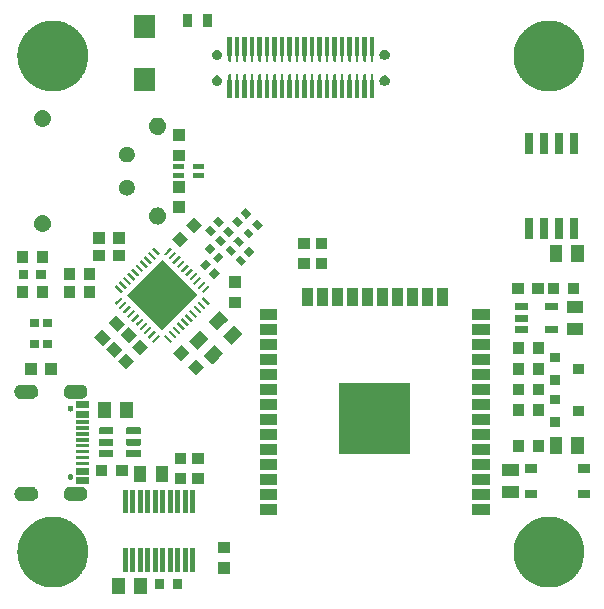
<source format=gbr>
%TF.GenerationSoftware,KiCad,Pcbnew,7.0.7*%
%TF.CreationDate,2024-01-21T18:01:16-05:00*%
%TF.ProjectId,Forerunner-Cubic-Mainboard,466f7265-7275-46e6-9e65-722d43756269,rev?*%
%TF.SameCoordinates,Original*%
%TF.FileFunction,Soldermask,Top*%
%TF.FilePolarity,Negative*%
%FSLAX46Y46*%
G04 Gerber Fmt 4.6, Leading zero omitted, Abs format (unit mm)*
G04 Created by KiCad (PCBNEW 7.0.7) date 2024-01-21 18:01:16*
%MOMM*%
%LPD*%
G01*
G04 APERTURE LIST*
G04 APERTURE END LIST*
G36*
X10100000Y400000D02*
G01*
X10094998Y400000D01*
X9055004Y400000D01*
X9050000Y400000D01*
X9050000Y1800000D01*
X10100000Y1800000D01*
X10100000Y400000D01*
G37*
G36*
X11950000Y400000D02*
G01*
X11944998Y400000D01*
X10905004Y400000D01*
X10900000Y400000D01*
X10900000Y1800000D01*
X11950000Y1800000D01*
X11950000Y400000D01*
G37*
G36*
X13450000Y900000D02*
G01*
X13444998Y900000D01*
X12655004Y900000D01*
X12650000Y900000D01*
X12650000Y1700000D01*
X13450000Y1700000D01*
X13450000Y900000D01*
G37*
G36*
X14950000Y900000D02*
G01*
X14944998Y900000D01*
X14155004Y900000D01*
X14150000Y900000D01*
X14150000Y1700000D01*
X14950000Y1700000D01*
X14950000Y900000D01*
G37*
G36*
X4088957Y6994924D02*
G01*
X4174434Y6994924D01*
X4253494Y6985683D01*
X4335885Y6981056D01*
X4430234Y6965025D01*
X4520945Y6954423D01*
X4592629Y6937433D01*
X4667539Y6924706D01*
X4765911Y6896365D01*
X4860410Y6873969D01*
X4924041Y6850808D01*
X4990814Y6831572D01*
X5091661Y6789799D01*
X5188239Y6754648D01*
X5243373Y6726958D01*
X5301620Y6702832D01*
X5403203Y6646688D01*
X5500000Y6598076D01*
X5546505Y6567489D01*
X5596046Y6540109D01*
X5696435Y6468878D01*
X5791476Y6406370D01*
X5829495Y6374467D01*
X5870419Y6345431D01*
X5967610Y6258574D01*
X6058725Y6182121D01*
X6088617Y6150437D01*
X6121263Y6121263D01*
X6213177Y6018411D01*
X6298133Y5928363D01*
X6320509Y5898306D01*
X6345431Y5870419D01*
X6429930Y5751327D01*
X6506463Y5648527D01*
X6522148Y5621358D01*
X6540109Y5596046D01*
X6615055Y5460439D01*
X6680898Y5346398D01*
X6690902Y5323204D01*
X6702832Y5301620D01*
X6766103Y5148868D01*
X6819078Y5026060D01*
X6824566Y5007725D01*
X6831572Y4990814D01*
X6881142Y4818751D01*
X6919135Y4691848D01*
X6921394Y4679033D01*
X6924706Y4667539D01*
X6958707Y4467416D01*
X6979715Y4348279D01*
X6980113Y4341429D01*
X6981056Y4335885D01*
X6997761Y4038434D01*
X7000000Y4000000D01*
X6997761Y3961568D01*
X6981056Y3664114D01*
X6980113Y3658568D01*
X6979715Y3651721D01*
X6958712Y3532609D01*
X6924706Y3332460D01*
X6921394Y3320964D01*
X6919135Y3308152D01*
X6881149Y3181273D01*
X6831572Y3009185D01*
X6824565Y2992270D01*
X6819078Y2973940D01*
X6766114Y2851155D01*
X6702832Y2698379D01*
X6690900Y2676790D01*
X6680898Y2653602D01*
X6615068Y2539583D01*
X6540109Y2403953D01*
X6522145Y2378635D01*
X6506463Y2351473D01*
X6429945Y2248692D01*
X6345431Y2129580D01*
X6320504Y2101687D01*
X6298133Y2071637D01*
X6213194Y1981606D01*
X6121263Y1878736D01*
X6088611Y1849556D01*
X6058725Y1817879D01*
X5967629Y1741440D01*
X5870419Y1654568D01*
X5829487Y1625525D01*
X5791476Y1593630D01*
X5696454Y1531133D01*
X5596046Y1459890D01*
X5546495Y1432504D01*
X5500000Y1401924D01*
X5403223Y1353321D01*
X5301620Y1297167D01*
X5243361Y1273035D01*
X5188239Y1245352D01*
X5091681Y1210207D01*
X4990814Y1168427D01*
X4924028Y1149186D01*
X4860410Y1126031D01*
X4765930Y1103639D01*
X4667539Y1075293D01*
X4592615Y1062562D01*
X4520945Y1045577D01*
X4430253Y1034976D01*
X4335885Y1018943D01*
X4253478Y1014314D01*
X4174434Y1005076D01*
X4088975Y1005076D01*
X4000000Y1000079D01*
X3911025Y1005076D01*
X3825566Y1005076D01*
X3746522Y1014314D01*
X3664114Y1018943D01*
X3569743Y1034977D01*
X3479055Y1045577D01*
X3407387Y1062562D01*
X3332460Y1075293D01*
X3234063Y1103640D01*
X3139590Y1126031D01*
X3075975Y1149184D01*
X3009185Y1168427D01*
X2908310Y1210210D01*
X2811761Y1245352D01*
X2756642Y1273033D01*
X2698379Y1297167D01*
X2596765Y1353326D01*
X2500000Y1401924D01*
X2453509Y1432501D01*
X2403953Y1459890D01*
X2303531Y1531142D01*
X2208524Y1593630D01*
X2170517Y1625521D01*
X2129580Y1654568D01*
X2032354Y1741454D01*
X1941275Y1817879D01*
X1911394Y1849550D01*
X1878736Y1878736D01*
X1786786Y1981626D01*
X1701867Y2071637D01*
X1679500Y2101680D01*
X1654568Y2129580D01*
X1570032Y2248720D01*
X1493537Y2351473D01*
X1477858Y2378628D01*
X1459890Y2403953D01*
X1384907Y2539623D01*
X1319102Y2653602D01*
X1309102Y2676782D01*
X1297167Y2698379D01*
X1233860Y2851214D01*
X1180922Y2973940D01*
X1175436Y2992262D01*
X1168427Y3009185D01*
X1118823Y3181362D01*
X1080865Y3308152D01*
X1078607Y3320955D01*
X1075293Y3332460D01*
X1041259Y3532765D01*
X1020285Y3651721D01*
X1019886Y3658559D01*
X1018943Y3664114D01*
X1002210Y3962048D01*
X1000000Y4000000D01*
X1002210Y4037954D01*
X1018943Y4335885D01*
X1019886Y4341438D01*
X1020285Y4348279D01*
X1041264Y4467260D01*
X1075293Y4667539D01*
X1078606Y4679042D01*
X1080865Y4691848D01*
X1118831Y4818663D01*
X1168427Y4990814D01*
X1175435Y5007734D01*
X1180922Y5026060D01*
X1233871Y5148809D01*
X1297167Y5301620D01*
X1309100Y5323212D01*
X1319102Y5346398D01*
X1384920Y5460398D01*
X1459890Y5596046D01*
X1477855Y5621366D01*
X1493537Y5648527D01*
X1570048Y5751299D01*
X1654568Y5870419D01*
X1679495Y5898313D01*
X1701867Y5928363D01*
X1786803Y6018390D01*
X1878736Y6121263D01*
X1911388Y6150442D01*
X1941275Y6182121D01*
X2032372Y6258561D01*
X2129580Y6345431D01*
X2170509Y6374472D01*
X2208524Y6406370D01*
X2303550Y6468869D01*
X2403953Y6540109D01*
X2453499Y6567492D01*
X2500000Y6598076D01*
X2596785Y6646683D01*
X2698379Y6702832D01*
X2756631Y6726960D01*
X2811761Y6754648D01*
X2908330Y6789796D01*
X3009185Y6831572D01*
X3075962Y6850810D01*
X3139590Y6873969D01*
X3234083Y6896364D01*
X3332460Y6924706D01*
X3407372Y6937434D01*
X3479055Y6954423D01*
X3569762Y6965025D01*
X3664114Y6981056D01*
X3746506Y6985683D01*
X3825566Y6994924D01*
X3911043Y6994924D01*
X4000000Y6999920D01*
X4088957Y6994924D01*
G37*
G36*
X46088957Y6994924D02*
G01*
X46174434Y6994924D01*
X46253494Y6985683D01*
X46335885Y6981056D01*
X46430234Y6965025D01*
X46520945Y6954423D01*
X46592629Y6937433D01*
X46667539Y6924706D01*
X46765911Y6896365D01*
X46860410Y6873969D01*
X46924041Y6850808D01*
X46990814Y6831572D01*
X47091661Y6789799D01*
X47188239Y6754648D01*
X47243373Y6726958D01*
X47301620Y6702832D01*
X47403203Y6646688D01*
X47500000Y6598076D01*
X47546505Y6567489D01*
X47596046Y6540109D01*
X47696435Y6468878D01*
X47791476Y6406370D01*
X47829495Y6374467D01*
X47870419Y6345431D01*
X47967610Y6258574D01*
X48058725Y6182121D01*
X48088617Y6150437D01*
X48121263Y6121263D01*
X48213177Y6018411D01*
X48298133Y5928363D01*
X48320509Y5898306D01*
X48345431Y5870419D01*
X48429930Y5751327D01*
X48506463Y5648527D01*
X48522148Y5621358D01*
X48540109Y5596046D01*
X48615055Y5460439D01*
X48680898Y5346398D01*
X48690902Y5323204D01*
X48702832Y5301620D01*
X48766103Y5148868D01*
X48819078Y5026060D01*
X48824566Y5007725D01*
X48831572Y4990814D01*
X48881142Y4818751D01*
X48919135Y4691848D01*
X48921394Y4679033D01*
X48924706Y4667539D01*
X48958707Y4467416D01*
X48979715Y4348279D01*
X48980113Y4341429D01*
X48981056Y4335885D01*
X48997761Y4038434D01*
X49000000Y4000000D01*
X48997761Y3961568D01*
X48981056Y3664114D01*
X48980113Y3658568D01*
X48979715Y3651721D01*
X48958712Y3532609D01*
X48924706Y3332460D01*
X48921394Y3320964D01*
X48919135Y3308152D01*
X48881149Y3181273D01*
X48831572Y3009185D01*
X48824565Y2992270D01*
X48819078Y2973940D01*
X48766114Y2851155D01*
X48702832Y2698379D01*
X48690900Y2676790D01*
X48680898Y2653602D01*
X48615068Y2539583D01*
X48540109Y2403953D01*
X48522145Y2378635D01*
X48506463Y2351473D01*
X48429945Y2248692D01*
X48345431Y2129580D01*
X48320504Y2101687D01*
X48298133Y2071637D01*
X48213194Y1981606D01*
X48121263Y1878736D01*
X48088611Y1849556D01*
X48058725Y1817879D01*
X47967629Y1741440D01*
X47870419Y1654568D01*
X47829487Y1625525D01*
X47791476Y1593630D01*
X47696454Y1531133D01*
X47596046Y1459890D01*
X47546495Y1432504D01*
X47500000Y1401924D01*
X47403223Y1353321D01*
X47301620Y1297167D01*
X47243361Y1273035D01*
X47188239Y1245352D01*
X47091681Y1210207D01*
X46990814Y1168427D01*
X46924028Y1149186D01*
X46860410Y1126031D01*
X46765930Y1103639D01*
X46667539Y1075293D01*
X46592615Y1062562D01*
X46520945Y1045577D01*
X46430253Y1034976D01*
X46335885Y1018943D01*
X46253478Y1014314D01*
X46174434Y1005076D01*
X46088975Y1005076D01*
X46000000Y1000079D01*
X45911025Y1005076D01*
X45825566Y1005076D01*
X45746522Y1014314D01*
X45664114Y1018943D01*
X45569743Y1034977D01*
X45479055Y1045577D01*
X45407387Y1062562D01*
X45332460Y1075293D01*
X45234063Y1103640D01*
X45139590Y1126031D01*
X45075975Y1149184D01*
X45009185Y1168427D01*
X44908310Y1210210D01*
X44811761Y1245352D01*
X44756642Y1273033D01*
X44698379Y1297167D01*
X44596765Y1353326D01*
X44500000Y1401924D01*
X44453509Y1432501D01*
X44403953Y1459890D01*
X44303531Y1531142D01*
X44208524Y1593630D01*
X44170517Y1625521D01*
X44129580Y1654568D01*
X44032354Y1741454D01*
X43941275Y1817879D01*
X43911394Y1849550D01*
X43878736Y1878736D01*
X43786786Y1981626D01*
X43701867Y2071637D01*
X43679500Y2101680D01*
X43654568Y2129580D01*
X43570032Y2248720D01*
X43493537Y2351473D01*
X43477858Y2378628D01*
X43459890Y2403953D01*
X43384907Y2539623D01*
X43319102Y2653602D01*
X43309102Y2676782D01*
X43297167Y2698379D01*
X43233860Y2851214D01*
X43180922Y2973940D01*
X43175436Y2992262D01*
X43168427Y3009185D01*
X43118823Y3181362D01*
X43080865Y3308152D01*
X43078607Y3320955D01*
X43075293Y3332460D01*
X43041259Y3532765D01*
X43020285Y3651721D01*
X43019886Y3658559D01*
X43018943Y3664114D01*
X43002210Y3962048D01*
X43000000Y4000000D01*
X43002210Y4037954D01*
X43018943Y4335885D01*
X43019886Y4341438D01*
X43020285Y4348279D01*
X43041264Y4467260D01*
X43075293Y4667539D01*
X43078606Y4679042D01*
X43080865Y4691848D01*
X43118831Y4818663D01*
X43168427Y4990814D01*
X43175435Y5007734D01*
X43180922Y5026060D01*
X43233871Y5148809D01*
X43297167Y5301620D01*
X43309100Y5323212D01*
X43319102Y5346398D01*
X43384920Y5460398D01*
X43459890Y5596046D01*
X43477855Y5621366D01*
X43493537Y5648527D01*
X43570048Y5751299D01*
X43654568Y5870419D01*
X43679495Y5898313D01*
X43701867Y5928363D01*
X43786803Y6018390D01*
X43878736Y6121263D01*
X43911388Y6150442D01*
X43941275Y6182121D01*
X44032372Y6258561D01*
X44129580Y6345431D01*
X44170509Y6374472D01*
X44208524Y6406370D01*
X44303550Y6468869D01*
X44403953Y6540109D01*
X44453499Y6567492D01*
X44500000Y6598076D01*
X44596785Y6646683D01*
X44698379Y6702832D01*
X44756631Y6726960D01*
X44811761Y6754648D01*
X44908330Y6789796D01*
X45009185Y6831572D01*
X45075962Y6850810D01*
X45139590Y6873969D01*
X45234083Y6896364D01*
X45332460Y6924706D01*
X45407372Y6937434D01*
X45479055Y6954423D01*
X45569762Y6965025D01*
X45664114Y6981056D01*
X45746506Y6985683D01*
X45825566Y6994924D01*
X45911043Y6994924D01*
X46000000Y6999920D01*
X46088957Y6994924D01*
G37*
G36*
X19000000Y2175000D02*
G01*
X18994998Y2175000D01*
X18005004Y2175000D01*
X18000000Y2175000D01*
X18000000Y3125000D01*
X19000000Y3125000D01*
X19000000Y2175000D01*
G37*
G36*
X10349500Y2345000D02*
G01*
X10344498Y2345000D01*
X9940504Y2345000D01*
X9935500Y2345000D01*
X9935500Y4315000D01*
X10349500Y4315000D01*
X10349500Y2345000D01*
G37*
G36*
X10984500Y2345000D02*
G01*
X10979498Y2345000D01*
X10575504Y2345000D01*
X10570500Y2345000D01*
X10570500Y4315000D01*
X10984500Y4315000D01*
X10984500Y2345000D01*
G37*
G36*
X11619500Y2345000D02*
G01*
X11614498Y2345000D01*
X11210504Y2345000D01*
X11205500Y2345000D01*
X11205500Y4315000D01*
X11619500Y4315000D01*
X11619500Y2345000D01*
G37*
G36*
X12254500Y2345000D02*
G01*
X12249498Y2345000D01*
X11845504Y2345000D01*
X11840500Y2345000D01*
X11840500Y4315000D01*
X12254500Y4315000D01*
X12254500Y2345000D01*
G37*
G36*
X12889500Y2345000D02*
G01*
X12884498Y2345000D01*
X12480504Y2345000D01*
X12475500Y2345000D01*
X12475500Y4315000D01*
X12889500Y4315000D01*
X12889500Y2345000D01*
G37*
G36*
X13524500Y2345000D02*
G01*
X13519498Y2345000D01*
X13115504Y2345000D01*
X13110500Y2345000D01*
X13110500Y4315000D01*
X13524500Y4315000D01*
X13524500Y2345000D01*
G37*
G36*
X14159500Y2345000D02*
G01*
X14154498Y2345000D01*
X13750504Y2345000D01*
X13745500Y2345000D01*
X13745500Y4315000D01*
X14159500Y4315000D01*
X14159500Y2345000D01*
G37*
G36*
X14794500Y2345000D02*
G01*
X14789498Y2345000D01*
X14385504Y2345000D01*
X14380500Y2345000D01*
X14380500Y4315000D01*
X14794500Y4315000D01*
X14794500Y2345000D01*
G37*
G36*
X15429500Y2345000D02*
G01*
X15424498Y2345000D01*
X15020504Y2345000D01*
X15015500Y2345000D01*
X15015500Y4315000D01*
X15429500Y4315000D01*
X15429500Y2345000D01*
G37*
G36*
X16064500Y2345000D02*
G01*
X16059498Y2345000D01*
X15655504Y2345000D01*
X15650500Y2345000D01*
X15650500Y4315000D01*
X16064500Y4315000D01*
X16064500Y2345000D01*
G37*
G36*
X19000000Y3875000D02*
G01*
X18994998Y3875000D01*
X18005004Y3875000D01*
X18000000Y3875000D01*
X18000000Y4825000D01*
X19000000Y4825000D01*
X19000000Y3875000D01*
G37*
G36*
X23000000Y7140000D02*
G01*
X22994999Y7140000D01*
X21505004Y7140000D01*
X21500000Y7140000D01*
X21500000Y8040000D01*
X23000000Y8040000D01*
X23000000Y7140000D01*
G37*
G36*
X41000000Y7140000D02*
G01*
X40994999Y7140000D01*
X39505004Y7140000D01*
X39500000Y7140000D01*
X39500000Y8040000D01*
X41000000Y8040000D01*
X41000000Y7140000D01*
G37*
G36*
X10349500Y7285000D02*
G01*
X10344498Y7285000D01*
X9940504Y7285000D01*
X9935500Y7285000D01*
X9935500Y9255000D01*
X10349500Y9255000D01*
X10349500Y7285000D01*
G37*
G36*
X10984500Y7285000D02*
G01*
X10979498Y7285000D01*
X10575504Y7285000D01*
X10570500Y7285000D01*
X10570500Y9255000D01*
X10984500Y9255000D01*
X10984500Y7285000D01*
G37*
G36*
X11619500Y7285000D02*
G01*
X11614498Y7285000D01*
X11210504Y7285000D01*
X11205500Y7285000D01*
X11205500Y9255000D01*
X11619500Y9255000D01*
X11619500Y7285000D01*
G37*
G36*
X12254500Y7285000D02*
G01*
X12249498Y7285000D01*
X11845504Y7285000D01*
X11840500Y7285000D01*
X11840500Y9255000D01*
X12254500Y9255000D01*
X12254500Y7285000D01*
G37*
G36*
X12889500Y7285000D02*
G01*
X12884498Y7285000D01*
X12480504Y7285000D01*
X12475500Y7285000D01*
X12475500Y9255000D01*
X12889500Y9255000D01*
X12889500Y7285000D01*
G37*
G36*
X13524500Y7285000D02*
G01*
X13519498Y7285000D01*
X13115504Y7285000D01*
X13110500Y7285000D01*
X13110500Y9255000D01*
X13524500Y9255000D01*
X13524500Y7285000D01*
G37*
G36*
X14159500Y7285000D02*
G01*
X14154498Y7285000D01*
X13750504Y7285000D01*
X13745500Y7285000D01*
X13745500Y9255000D01*
X14159500Y9255000D01*
X14159500Y7285000D01*
G37*
G36*
X14794500Y7285000D02*
G01*
X14789498Y7285000D01*
X14385504Y7285000D01*
X14380500Y7285000D01*
X14380500Y9255000D01*
X14794500Y9255000D01*
X14794500Y7285000D01*
G37*
G36*
X15429500Y7285000D02*
G01*
X15424498Y7285000D01*
X15020504Y7285000D01*
X15015500Y7285000D01*
X15015500Y9255000D01*
X15429500Y9255000D01*
X15429500Y7285000D01*
G37*
G36*
X16064500Y7285000D02*
G01*
X16059498Y7285000D01*
X15655504Y7285000D01*
X15650500Y7285000D01*
X15650500Y9255000D01*
X16064500Y9255000D01*
X16064500Y7285000D01*
G37*
G36*
X2332853Y9514646D02*
G01*
X2340151Y9511768D01*
X2344648Y9511176D01*
X2404119Y9486542D01*
X2469660Y9460697D01*
X2473443Y9457828D01*
X2474781Y9457274D01*
X2525858Y9418080D01*
X2586838Y9371838D01*
X2633080Y9310858D01*
X2672274Y9259781D01*
X2672828Y9258443D01*
X2675697Y9254660D01*
X2701536Y9189135D01*
X2726177Y9129647D01*
X2726769Y9125147D01*
X2729646Y9117853D01*
X2745000Y8990000D01*
X2745000Y8870000D01*
X2729646Y8742147D01*
X2726768Y8734849D01*
X2726176Y8730351D01*
X2701534Y8670859D01*
X2675697Y8605340D01*
X2672829Y8601558D01*
X2672274Y8600218D01*
X2633016Y8549056D01*
X2586838Y8488162D01*
X2525968Y8442003D01*
X2474781Y8402725D01*
X2473440Y8402169D01*
X2469660Y8399303D01*
X2404185Y8373483D01*
X2344647Y8348822D01*
X2340144Y8348229D01*
X2332853Y8345354D01*
X2205000Y8330000D01*
X2201673Y8330000D01*
X1288326Y8330000D01*
X1285000Y8330000D01*
X1157147Y8345354D01*
X1149853Y8348230D01*
X1145351Y8348823D01*
X1085809Y8373485D01*
X1020340Y8399303D01*
X1016560Y8402168D01*
X1015218Y8402725D01*
X963945Y8442068D01*
X903162Y8488162D01*
X857068Y8548945D01*
X817725Y8600218D01*
X817168Y8601560D01*
X814303Y8605340D01*
X788491Y8670793D01*
X763822Y8730352D01*
X763229Y8734856D01*
X760354Y8742147D01*
X745000Y8870000D01*
X745000Y8990000D01*
X760354Y9117853D01*
X763230Y9125147D01*
X763823Y9129648D01*
X788477Y9189169D01*
X814303Y9254660D01*
X817169Y9258440D01*
X817725Y9259781D01*
X857003Y9310968D01*
X903162Y9371838D01*
X964056Y9418016D01*
X1015218Y9457274D01*
X1016558Y9457829D01*
X1020340Y9460697D01*
X1085843Y9486528D01*
X1145352Y9511177D01*
X1149852Y9511769D01*
X1157147Y9514646D01*
X1285000Y9530000D01*
X2205000Y9530000D01*
X2332853Y9514646D01*
G37*
G36*
X6512853Y9514646D02*
G01*
X6520151Y9511768D01*
X6524648Y9511176D01*
X6584119Y9486542D01*
X6649660Y9460697D01*
X6653443Y9457828D01*
X6654781Y9457274D01*
X6705858Y9418080D01*
X6766838Y9371838D01*
X6813080Y9310858D01*
X6852274Y9259781D01*
X6852828Y9258443D01*
X6855697Y9254660D01*
X6881536Y9189135D01*
X6906177Y9129647D01*
X6906769Y9125147D01*
X6909646Y9117853D01*
X6925000Y8990000D01*
X6925000Y8870000D01*
X6909646Y8742147D01*
X6906768Y8734849D01*
X6906176Y8730351D01*
X6881534Y8670859D01*
X6855697Y8605340D01*
X6852829Y8601558D01*
X6852274Y8600218D01*
X6813016Y8549056D01*
X6766838Y8488162D01*
X6705968Y8442003D01*
X6654781Y8402725D01*
X6653440Y8402169D01*
X6649660Y8399303D01*
X6584185Y8373483D01*
X6524647Y8348822D01*
X6520144Y8348229D01*
X6512853Y8345354D01*
X6385000Y8330000D01*
X6381673Y8330000D01*
X5468326Y8330000D01*
X5465000Y8330000D01*
X5337147Y8345354D01*
X5329853Y8348230D01*
X5325351Y8348823D01*
X5265809Y8373485D01*
X5200340Y8399303D01*
X5196560Y8402168D01*
X5195218Y8402725D01*
X5143945Y8442068D01*
X5083162Y8488162D01*
X5037068Y8548945D01*
X4997725Y8600218D01*
X4997168Y8601560D01*
X4994303Y8605340D01*
X4968491Y8670793D01*
X4943822Y8730352D01*
X4943229Y8734856D01*
X4940354Y8742147D01*
X4925000Y8870000D01*
X4925000Y8990000D01*
X4940354Y9117853D01*
X4943230Y9125147D01*
X4943823Y9129648D01*
X4968477Y9189169D01*
X4994303Y9254660D01*
X4997169Y9258440D01*
X4997725Y9259781D01*
X5037003Y9310968D01*
X5083162Y9371838D01*
X5144056Y9418016D01*
X5195218Y9457274D01*
X5196558Y9457829D01*
X5200340Y9460697D01*
X5265843Y9486528D01*
X5325352Y9511177D01*
X5329852Y9511769D01*
X5337147Y9514646D01*
X5465000Y9530000D01*
X6385000Y9530000D01*
X6512853Y9514646D01*
G37*
G36*
X23000000Y8410000D02*
G01*
X22994999Y8410000D01*
X21505004Y8410000D01*
X21500000Y8410000D01*
X21500000Y9310000D01*
X23000000Y9310000D01*
X23000000Y8410000D01*
G37*
G36*
X41000000Y8410000D02*
G01*
X40994999Y8410000D01*
X39505004Y8410000D01*
X39500000Y8410000D01*
X39500000Y9310000D01*
X41000000Y9310000D01*
X41000000Y8410000D01*
G37*
G36*
X43450000Y8550000D02*
G01*
X43444999Y8550000D01*
X42055004Y8550000D01*
X42050000Y8550000D01*
X42050000Y9600000D01*
X43450000Y9600000D01*
X43450000Y8550000D01*
G37*
G36*
X45000000Y8575000D02*
G01*
X44994998Y8575000D01*
X44005004Y8575000D01*
X44000000Y8575000D01*
X44000000Y9275000D01*
X45000000Y9275000D01*
X45000000Y8575000D01*
G37*
G36*
X49500000Y8575000D02*
G01*
X49494998Y8575000D01*
X48505004Y8575000D01*
X48500000Y8575000D01*
X48500000Y9275000D01*
X49500000Y9275000D01*
X49500000Y8575000D01*
G37*
G36*
X23000000Y9680000D02*
G01*
X22994999Y9680000D01*
X21505004Y9680000D01*
X21500000Y9680000D01*
X21500000Y10580000D01*
X23000000Y10580000D01*
X23000000Y9680000D01*
G37*
G36*
X41000000Y9680000D02*
G01*
X40994999Y9680000D01*
X39505004Y9680000D01*
X39500000Y9680000D01*
X39500000Y10580000D01*
X41000000Y10580000D01*
X41000000Y9680000D01*
G37*
G36*
X15300000Y9725000D02*
G01*
X15294998Y9725000D01*
X14305004Y9725000D01*
X14300000Y9725000D01*
X14300000Y10675000D01*
X15300000Y10675000D01*
X15300000Y9725000D01*
G37*
G36*
X16800000Y9725000D02*
G01*
X16794998Y9725000D01*
X15805004Y9725000D01*
X15800000Y9725000D01*
X15800000Y10675000D01*
X16800000Y10675000D01*
X16800000Y9725000D01*
G37*
G36*
X7075000Y9750000D02*
G01*
X7069999Y9750000D01*
X5930004Y9750000D01*
X5925000Y9750000D01*
X5925000Y10350000D01*
X7075000Y10350000D01*
X7075000Y9750000D01*
G37*
G36*
X11900000Y9900000D02*
G01*
X11894998Y9900000D01*
X10855004Y9900000D01*
X10850000Y9900000D01*
X10850000Y11300000D01*
X11900000Y11300000D01*
X11900000Y9900000D01*
G37*
G36*
X13750000Y9900000D02*
G01*
X13744998Y9900000D01*
X12705004Y9900000D01*
X12700000Y9900000D01*
X12700000Y11300000D01*
X13750000Y11300000D01*
X13750000Y9900000D01*
G37*
G36*
X5522975Y10605430D02*
G01*
X5543275Y10605430D01*
X5567739Y10596525D01*
X5595671Y10590970D01*
X5610825Y10580843D01*
X5624610Y10575827D01*
X5649139Y10555243D01*
X5676777Y10536777D01*
X5683962Y10526022D01*
X5690909Y10520194D01*
X5710308Y10486592D01*
X5730970Y10455671D01*
X5732446Y10448250D01*
X5734187Y10445235D01*
X5743095Y10394710D01*
X5750000Y10360000D01*
X5743096Y10325292D01*
X5734187Y10274764D01*
X5732445Y10271748D01*
X5730970Y10264329D01*
X5710313Y10233413D01*
X5690909Y10199805D01*
X5683961Y10193974D01*
X5676777Y10183223D01*
X5649145Y10164760D01*
X5624610Y10144172D01*
X5610823Y10139154D01*
X5595671Y10129030D01*
X5567740Y10123474D01*
X5543275Y10114570D01*
X5522975Y10114570D01*
X5500000Y10110000D01*
X5477025Y10114570D01*
X5456725Y10114570D01*
X5432258Y10123474D01*
X5404329Y10129030D01*
X5389177Y10139153D01*
X5375389Y10144172D01*
X5350849Y10164763D01*
X5323223Y10183223D01*
X5316040Y10193972D01*
X5309090Y10199805D01*
X5289679Y10233424D01*
X5269030Y10264329D01*
X5267554Y10271745D01*
X5265812Y10274764D01*
X5256894Y10325336D01*
X5250000Y10360000D01*
X5256895Y10394666D01*
X5265812Y10445235D01*
X5267554Y10448253D01*
X5269030Y10455671D01*
X5289681Y10486579D01*
X5309089Y10520193D01*
X5316038Y10526024D01*
X5323223Y10536777D01*
X5350858Y10555242D01*
X5375390Y10575827D01*
X5389174Y10580843D01*
X5404329Y10590970D01*
X5432260Y10596525D01*
X5456725Y10605430D01*
X5477025Y10605430D01*
X5500000Y10610000D01*
X5522975Y10605430D01*
G37*
G36*
X8625000Y10400000D02*
G01*
X8619998Y10400000D01*
X7680004Y10400000D01*
X7675000Y10400000D01*
X7675000Y11400000D01*
X8625000Y11400000D01*
X8625000Y10400000D01*
G37*
G36*
X10325000Y10400000D02*
G01*
X10319998Y10400000D01*
X9380004Y10400000D01*
X9375000Y10400000D01*
X9375000Y11400000D01*
X10325000Y11400000D01*
X10325000Y10400000D01*
G37*
G36*
X43450000Y10400000D02*
G01*
X43444999Y10400000D01*
X42055004Y10400000D01*
X42050000Y10400000D01*
X42050000Y11450000D01*
X43450000Y11450000D01*
X43450000Y10400000D01*
G37*
G36*
X7075000Y10550000D02*
G01*
X7069999Y10550000D01*
X5930004Y10550000D01*
X5925000Y10550000D01*
X5925000Y11150000D01*
X7075000Y11150000D01*
X7075000Y10550000D01*
G37*
G36*
X45000000Y10725000D02*
G01*
X44994998Y10725000D01*
X44005004Y10725000D01*
X44000000Y10725000D01*
X44000000Y11425000D01*
X45000000Y11425000D01*
X45000000Y10725000D01*
G37*
G36*
X49500000Y10725000D02*
G01*
X49494998Y10725000D01*
X48505004Y10725000D01*
X48500000Y10725000D01*
X48500000Y11425000D01*
X49500000Y11425000D01*
X49500000Y10725000D01*
G37*
G36*
X23000000Y10950000D02*
G01*
X22994999Y10950000D01*
X21505004Y10950000D01*
X21500000Y10950000D01*
X21500000Y11850000D01*
X23000000Y11850000D01*
X23000000Y10950000D01*
G37*
G36*
X41000000Y10950000D02*
G01*
X40994999Y10950000D01*
X39505004Y10950000D01*
X39500000Y10950000D01*
X39500000Y11850000D01*
X41000000Y11850000D01*
X41000000Y10950000D01*
G37*
G36*
X7075000Y11350000D02*
G01*
X7069999Y11350000D01*
X5930004Y11350000D01*
X5925000Y11350000D01*
X5925000Y11650000D01*
X7075000Y11650000D01*
X7075000Y11350000D01*
G37*
G36*
X15300000Y11425000D02*
G01*
X15294998Y11425000D01*
X14305004Y11425000D01*
X14300000Y11425000D01*
X14300000Y12375000D01*
X15300000Y12375000D01*
X15300000Y11425000D01*
G37*
G36*
X16800000Y11425000D02*
G01*
X16794998Y11425000D01*
X15805004Y11425000D01*
X15800000Y11425000D01*
X15800000Y12375000D01*
X16800000Y12375000D01*
X16800000Y11425000D01*
G37*
G36*
X7075000Y11850000D02*
G01*
X7069999Y11850000D01*
X5930004Y11850000D01*
X5925000Y11850000D01*
X5925000Y12150000D01*
X7075000Y12150000D01*
X7075000Y11850000D01*
G37*
G36*
X9094134Y12646194D02*
G01*
X9110355Y12635355D01*
X9121194Y12619134D01*
X9125000Y12600000D01*
X9125000Y12100000D01*
X9121194Y12080866D01*
X9110355Y12064645D01*
X9094134Y12053806D01*
X9075000Y12050000D01*
X9069997Y12050000D01*
X7980004Y12050000D01*
X7975000Y12050000D01*
X7955866Y12053806D01*
X7939645Y12064645D01*
X7928806Y12080866D01*
X7925000Y12100000D01*
X7925000Y12600000D01*
X7928806Y12619134D01*
X7939645Y12635355D01*
X7955866Y12646194D01*
X7975000Y12650000D01*
X9075000Y12650000D01*
X9094134Y12646194D01*
G37*
G36*
X11394134Y12646194D02*
G01*
X11410355Y12635355D01*
X11421194Y12619134D01*
X11425000Y12600000D01*
X11425000Y12100000D01*
X11421194Y12080866D01*
X11410355Y12064645D01*
X11394134Y12053806D01*
X11375000Y12050000D01*
X11369997Y12050000D01*
X10280004Y12050000D01*
X10275000Y12050000D01*
X10255866Y12053806D01*
X10239645Y12064645D01*
X10228806Y12080866D01*
X10225000Y12100000D01*
X10225000Y12600000D01*
X10228806Y12619134D01*
X10239645Y12635355D01*
X10255866Y12646194D01*
X10275000Y12650000D01*
X11375000Y12650000D01*
X11394134Y12646194D01*
G37*
G36*
X23000000Y12220000D02*
G01*
X22994999Y12220000D01*
X21505004Y12220000D01*
X21500000Y12220000D01*
X21500000Y13120000D01*
X23000000Y13120000D01*
X23000000Y12220000D01*
G37*
G36*
X41000000Y12220000D02*
G01*
X40994999Y12220000D01*
X39505004Y12220000D01*
X39500000Y12220000D01*
X39500000Y13120000D01*
X41000000Y13120000D01*
X41000000Y12220000D01*
G37*
G36*
X34250000Y12290000D02*
G01*
X34244999Y12290000D01*
X28255004Y12290000D01*
X28250000Y12290000D01*
X28250000Y18290000D01*
X34250000Y18290000D01*
X34250000Y12290000D01*
G37*
G36*
X47100000Y12300000D02*
G01*
X47094998Y12300000D01*
X46055004Y12300000D01*
X46050000Y12300000D01*
X46050000Y13700000D01*
X47100000Y13700000D01*
X47100000Y12300000D01*
G37*
G36*
X48950000Y12300000D02*
G01*
X48944998Y12300000D01*
X47905004Y12300000D01*
X47900000Y12300000D01*
X47900000Y13700000D01*
X48950000Y13700000D01*
X48950000Y12300000D01*
G37*
G36*
X7075000Y12350000D02*
G01*
X7069999Y12350000D01*
X5930004Y12350000D01*
X5925000Y12350000D01*
X5925000Y12650000D01*
X7075000Y12650000D01*
X7075000Y12350000D01*
G37*
G36*
X43875000Y12500000D02*
G01*
X43869998Y12500000D01*
X42930004Y12500000D01*
X42925000Y12500000D01*
X42925000Y13500000D01*
X43875000Y13500000D01*
X43875000Y12500000D01*
G37*
G36*
X45575000Y12500000D02*
G01*
X45569998Y12500000D01*
X44630004Y12500000D01*
X44625000Y12500000D01*
X44625000Y13500000D01*
X45575000Y13500000D01*
X45575000Y12500000D01*
G37*
G36*
X7075000Y12850000D02*
G01*
X7069999Y12850000D01*
X5930004Y12850000D01*
X5925000Y12850000D01*
X5925000Y13150000D01*
X7075000Y13150000D01*
X7075000Y12850000D01*
G37*
G36*
X9094134Y13596194D02*
G01*
X9110355Y13585355D01*
X9121194Y13569134D01*
X9125000Y13550000D01*
X9125000Y13050000D01*
X9121194Y13030866D01*
X9110355Y13014645D01*
X9094134Y13003806D01*
X9075000Y13000000D01*
X9069997Y13000000D01*
X7980004Y13000000D01*
X7975000Y13000000D01*
X7955866Y13003806D01*
X7939645Y13014645D01*
X7928806Y13030866D01*
X7925000Y13050000D01*
X7925000Y13550000D01*
X7928806Y13569134D01*
X7939645Y13585355D01*
X7955866Y13596194D01*
X7975000Y13600000D01*
X9075000Y13600000D01*
X9094134Y13596194D01*
G37*
G36*
X11394134Y13596194D02*
G01*
X11410355Y13585355D01*
X11421194Y13569134D01*
X11425000Y13550000D01*
X11425000Y13050000D01*
X11421194Y13030866D01*
X11410355Y13014645D01*
X11394134Y13003806D01*
X11375000Y13000000D01*
X11369997Y13000000D01*
X10280004Y13000000D01*
X10275000Y13000000D01*
X10255866Y13003806D01*
X10239645Y13014645D01*
X10228806Y13030866D01*
X10225000Y13050000D01*
X10225000Y13550000D01*
X10228806Y13569134D01*
X10239645Y13585355D01*
X10255866Y13596194D01*
X10275000Y13600000D01*
X11375000Y13600000D01*
X11394134Y13596194D01*
G37*
G36*
X7075000Y13350000D02*
G01*
X7069999Y13350000D01*
X5930004Y13350000D01*
X5925000Y13350000D01*
X5925000Y13650000D01*
X7075000Y13650000D01*
X7075000Y13350000D01*
G37*
G36*
X23000000Y13490000D02*
G01*
X22994999Y13490000D01*
X21505004Y13490000D01*
X21500000Y13490000D01*
X21500000Y14390000D01*
X23000000Y14390000D01*
X23000000Y13490000D01*
G37*
G36*
X41000000Y13490000D02*
G01*
X40994999Y13490000D01*
X39505004Y13490000D01*
X39500000Y13490000D01*
X39500000Y14390000D01*
X41000000Y14390000D01*
X41000000Y13490000D01*
G37*
G36*
X7075000Y13850000D02*
G01*
X7069999Y13850000D01*
X5930004Y13850000D01*
X5925000Y13850000D01*
X5925000Y14150000D01*
X7075000Y14150000D01*
X7075000Y13850000D01*
G37*
G36*
X9094134Y14546194D02*
G01*
X9110355Y14535355D01*
X9121194Y14519134D01*
X9125000Y14500000D01*
X9125000Y14000000D01*
X9121194Y13980866D01*
X9110355Y13964645D01*
X9094134Y13953806D01*
X9075000Y13950000D01*
X9069997Y13950000D01*
X7980004Y13950000D01*
X7975000Y13950000D01*
X7955866Y13953806D01*
X7939645Y13964645D01*
X7928806Y13980866D01*
X7925000Y14000000D01*
X7925000Y14500000D01*
X7928806Y14519134D01*
X7939645Y14535355D01*
X7955866Y14546194D01*
X7975000Y14550000D01*
X9075000Y14550000D01*
X9094134Y14546194D01*
G37*
G36*
X11394134Y14546194D02*
G01*
X11410355Y14535355D01*
X11421194Y14519134D01*
X11425000Y14500000D01*
X11425000Y14000000D01*
X11421194Y13980866D01*
X11410355Y13964645D01*
X11394134Y13953806D01*
X11375000Y13950000D01*
X11369997Y13950000D01*
X10280004Y13950000D01*
X10275000Y13950000D01*
X10255866Y13953806D01*
X10239645Y13964645D01*
X10228806Y13980866D01*
X10225000Y14000000D01*
X10225000Y14500000D01*
X10228806Y14519134D01*
X10239645Y14535355D01*
X10255866Y14546194D01*
X10275000Y14550000D01*
X11375000Y14550000D01*
X11394134Y14546194D01*
G37*
G36*
X7075000Y14350000D02*
G01*
X7069999Y14350000D01*
X5930004Y14350000D01*
X5925000Y14350000D01*
X5925000Y14650000D01*
X7075000Y14650000D01*
X7075000Y14350000D01*
G37*
G36*
X46950000Y14600000D02*
G01*
X46944998Y14600000D01*
X46055004Y14600000D01*
X46050000Y14600000D01*
X46050000Y15400000D01*
X46950000Y15400000D01*
X46950000Y14600000D01*
G37*
G36*
X23000000Y14760000D02*
G01*
X22994999Y14760000D01*
X21505004Y14760000D01*
X21500000Y14760000D01*
X21500000Y15660000D01*
X23000000Y15660000D01*
X23000000Y14760000D01*
G37*
G36*
X41000000Y14760000D02*
G01*
X40994999Y14760000D01*
X39505004Y14760000D01*
X39500000Y14760000D01*
X39500000Y15660000D01*
X41000000Y15660000D01*
X41000000Y14760000D01*
G37*
G36*
X7075000Y14850000D02*
G01*
X7069999Y14850000D01*
X5930004Y14850000D01*
X5925000Y14850000D01*
X5925000Y15150000D01*
X7075000Y15150000D01*
X7075000Y14850000D01*
G37*
G36*
X8900000Y15300000D02*
G01*
X8894998Y15300000D01*
X7855004Y15300000D01*
X7850000Y15300000D01*
X7850000Y16700000D01*
X8900000Y16700000D01*
X8900000Y15300000D01*
G37*
G36*
X10750000Y15300000D02*
G01*
X10744998Y15300000D01*
X9705004Y15300000D01*
X9700000Y15300000D01*
X9700000Y16700000D01*
X10750000Y16700000D01*
X10750000Y15300000D01*
G37*
G36*
X7075000Y15350000D02*
G01*
X7069999Y15350000D01*
X5930004Y15350000D01*
X5925000Y15350000D01*
X5925000Y15950000D01*
X7075000Y15950000D01*
X7075000Y15350000D01*
G37*
G36*
X43875000Y15500000D02*
G01*
X43869998Y15500000D01*
X42930004Y15500000D01*
X42925000Y15500000D01*
X42925000Y16500000D01*
X43875000Y16500000D01*
X43875000Y15500000D01*
G37*
G36*
X45575000Y15500000D02*
G01*
X45569998Y15500000D01*
X44630004Y15500000D01*
X44625000Y15500000D01*
X44625000Y16500000D01*
X45575000Y16500000D01*
X45575000Y15500000D01*
G37*
G36*
X48950000Y15550000D02*
G01*
X48944998Y15550000D01*
X48055004Y15550000D01*
X48050000Y15550000D01*
X48050000Y16350000D01*
X48950000Y16350000D01*
X48950000Y15550000D01*
G37*
G36*
X5522975Y16385430D02*
G01*
X5543275Y16385430D01*
X5567739Y16376525D01*
X5595671Y16370970D01*
X5610825Y16360843D01*
X5624610Y16355827D01*
X5649139Y16335243D01*
X5676777Y16316777D01*
X5683962Y16306022D01*
X5690909Y16300194D01*
X5710308Y16266592D01*
X5730970Y16235671D01*
X5732446Y16228250D01*
X5734187Y16225235D01*
X5743095Y16174710D01*
X5750000Y16140000D01*
X5743096Y16105292D01*
X5734187Y16054764D01*
X5732445Y16051748D01*
X5730970Y16044329D01*
X5710313Y16013413D01*
X5690909Y15979805D01*
X5683961Y15973974D01*
X5676777Y15963223D01*
X5649145Y15944760D01*
X5624610Y15924172D01*
X5610823Y15919154D01*
X5595671Y15909030D01*
X5567740Y15903474D01*
X5543275Y15894570D01*
X5522975Y15894570D01*
X5500000Y15890000D01*
X5477025Y15894570D01*
X5456725Y15894570D01*
X5432258Y15903474D01*
X5404329Y15909030D01*
X5389177Y15919153D01*
X5375389Y15924172D01*
X5350849Y15944763D01*
X5323223Y15963223D01*
X5316040Y15973972D01*
X5309090Y15979805D01*
X5289679Y16013424D01*
X5269030Y16044329D01*
X5267554Y16051745D01*
X5265812Y16054764D01*
X5256894Y16105336D01*
X5250000Y16140000D01*
X5256895Y16174666D01*
X5265812Y16225235D01*
X5267554Y16228253D01*
X5269030Y16235671D01*
X5289681Y16266579D01*
X5309089Y16300193D01*
X5316038Y16306024D01*
X5323223Y16316777D01*
X5350858Y16335242D01*
X5375390Y16355827D01*
X5389174Y16360843D01*
X5404329Y16370970D01*
X5432260Y16376525D01*
X5456725Y16385430D01*
X5477025Y16385430D01*
X5500000Y16390000D01*
X5522975Y16385430D01*
G37*
G36*
X23000000Y16030000D02*
G01*
X22994999Y16030000D01*
X21505004Y16030000D01*
X21500000Y16030000D01*
X21500000Y16930000D01*
X23000000Y16930000D01*
X23000000Y16030000D01*
G37*
G36*
X41000000Y16030000D02*
G01*
X40994999Y16030000D01*
X39505004Y16030000D01*
X39500000Y16030000D01*
X39500000Y16930000D01*
X41000000Y16930000D01*
X41000000Y16030000D01*
G37*
G36*
X7075000Y16150000D02*
G01*
X7069999Y16150000D01*
X5930004Y16150000D01*
X5925000Y16150000D01*
X5925000Y16750000D01*
X7075000Y16750000D01*
X7075000Y16150000D01*
G37*
G36*
X46950000Y16500000D02*
G01*
X46944998Y16500000D01*
X46055004Y16500000D01*
X46050000Y16500000D01*
X46050000Y17300000D01*
X46950000Y17300000D01*
X46950000Y16500000D01*
G37*
G36*
X2332853Y18154646D02*
G01*
X2340151Y18151768D01*
X2344648Y18151176D01*
X2404119Y18126542D01*
X2469660Y18100697D01*
X2473443Y18097828D01*
X2474781Y18097274D01*
X2525858Y18058080D01*
X2586838Y18011838D01*
X2633080Y17950858D01*
X2672274Y17899781D01*
X2672828Y17898443D01*
X2675697Y17894660D01*
X2701536Y17829135D01*
X2726177Y17769647D01*
X2726769Y17765147D01*
X2729646Y17757853D01*
X2745000Y17630000D01*
X2745000Y17510000D01*
X2729646Y17382147D01*
X2726768Y17374849D01*
X2726176Y17370351D01*
X2701534Y17310859D01*
X2675697Y17245340D01*
X2672829Y17241558D01*
X2672274Y17240218D01*
X2633016Y17189056D01*
X2586838Y17128162D01*
X2525968Y17082003D01*
X2474781Y17042725D01*
X2473440Y17042169D01*
X2469660Y17039303D01*
X2404185Y17013483D01*
X2344647Y16988822D01*
X2340144Y16988229D01*
X2332853Y16985354D01*
X2205000Y16970000D01*
X2201673Y16970000D01*
X1288326Y16970000D01*
X1285000Y16970000D01*
X1157147Y16985354D01*
X1149853Y16988230D01*
X1145351Y16988823D01*
X1085809Y17013485D01*
X1020340Y17039303D01*
X1016560Y17042168D01*
X1015218Y17042725D01*
X963945Y17082068D01*
X903162Y17128162D01*
X857068Y17188945D01*
X817725Y17240218D01*
X817168Y17241560D01*
X814303Y17245340D01*
X788491Y17310793D01*
X763822Y17370352D01*
X763229Y17374856D01*
X760354Y17382147D01*
X745000Y17510000D01*
X745000Y17630000D01*
X760354Y17757853D01*
X763230Y17765147D01*
X763823Y17769648D01*
X788477Y17829169D01*
X814303Y17894660D01*
X817169Y17898440D01*
X817725Y17899781D01*
X857003Y17950968D01*
X903162Y18011838D01*
X964056Y18058016D01*
X1015218Y18097274D01*
X1016558Y18097829D01*
X1020340Y18100697D01*
X1085843Y18126528D01*
X1145352Y18151177D01*
X1149852Y18151769D01*
X1157147Y18154646D01*
X1285000Y18170000D01*
X2205000Y18170000D01*
X2332853Y18154646D01*
G37*
G36*
X6512853Y18154646D02*
G01*
X6520151Y18151768D01*
X6524648Y18151176D01*
X6584119Y18126542D01*
X6649660Y18100697D01*
X6653443Y18097828D01*
X6654781Y18097274D01*
X6705858Y18058080D01*
X6766838Y18011838D01*
X6813080Y17950858D01*
X6852274Y17899781D01*
X6852828Y17898443D01*
X6855697Y17894660D01*
X6881536Y17829135D01*
X6906177Y17769647D01*
X6906769Y17765147D01*
X6909646Y17757853D01*
X6925000Y17630000D01*
X6925000Y17510000D01*
X6909646Y17382147D01*
X6906768Y17374849D01*
X6906176Y17370351D01*
X6881534Y17310859D01*
X6855697Y17245340D01*
X6852829Y17241558D01*
X6852274Y17240218D01*
X6813016Y17189056D01*
X6766838Y17128162D01*
X6705968Y17082003D01*
X6654781Y17042725D01*
X6653440Y17042169D01*
X6649660Y17039303D01*
X6584185Y17013483D01*
X6524647Y16988822D01*
X6520144Y16988229D01*
X6512853Y16985354D01*
X6385000Y16970000D01*
X6381673Y16970000D01*
X5468326Y16970000D01*
X5465000Y16970000D01*
X5337147Y16985354D01*
X5329853Y16988230D01*
X5325351Y16988823D01*
X5265809Y17013485D01*
X5200340Y17039303D01*
X5196560Y17042168D01*
X5195218Y17042725D01*
X5143945Y17082068D01*
X5083162Y17128162D01*
X5037068Y17188945D01*
X4997725Y17240218D01*
X4997168Y17241560D01*
X4994303Y17245340D01*
X4968491Y17310793D01*
X4943822Y17370352D01*
X4943229Y17374856D01*
X4940354Y17382147D01*
X4925000Y17510000D01*
X4925000Y17630000D01*
X4940354Y17757853D01*
X4943230Y17765147D01*
X4943823Y17769648D01*
X4968477Y17829169D01*
X4994303Y17894660D01*
X4997169Y17898440D01*
X4997725Y17899781D01*
X5037003Y17950968D01*
X5083162Y18011838D01*
X5144056Y18058016D01*
X5195218Y18097274D01*
X5196558Y18097829D01*
X5200340Y18100697D01*
X5265843Y18126528D01*
X5325352Y18151177D01*
X5329852Y18151769D01*
X5337147Y18154646D01*
X5465000Y18170000D01*
X6385000Y18170000D01*
X6512853Y18154646D01*
G37*
G36*
X43875000Y17250000D02*
G01*
X43869998Y17250000D01*
X42930004Y17250000D01*
X42925000Y17250000D01*
X42925000Y18250000D01*
X43875000Y18250000D01*
X43875000Y17250000D01*
G37*
G36*
X45575000Y17250000D02*
G01*
X45569998Y17250000D01*
X44630004Y17250000D01*
X44625000Y17250000D01*
X44625000Y18250000D01*
X45575000Y18250000D01*
X45575000Y17250000D01*
G37*
G36*
X23000000Y17300000D02*
G01*
X22994999Y17300000D01*
X21505004Y17300000D01*
X21500000Y17300000D01*
X21500000Y18200000D01*
X23000000Y18200000D01*
X23000000Y17300000D01*
G37*
G36*
X41000000Y17300000D02*
G01*
X40994999Y17300000D01*
X39505004Y17300000D01*
X39500000Y17300000D01*
X39500000Y18200000D01*
X41000000Y18200000D01*
X41000000Y17300000D01*
G37*
G36*
X46950000Y18150000D02*
G01*
X46944998Y18150000D01*
X46055004Y18150000D01*
X46050000Y18150000D01*
X46050000Y18950000D01*
X46950000Y18950000D01*
X46950000Y18150000D01*
G37*
G36*
X23000000Y18570000D02*
G01*
X22994999Y18570000D01*
X21505004Y18570000D01*
X21500000Y18570000D01*
X21500000Y19470000D01*
X23000000Y19470000D01*
X23000000Y18570000D01*
G37*
G36*
X41000000Y18570000D02*
G01*
X40994999Y18570000D01*
X39505004Y18570000D01*
X39500000Y18570000D01*
X39500000Y19470000D01*
X41000000Y19470000D01*
X41000000Y18570000D01*
G37*
G36*
X16790470Y19666637D02*
G01*
X16786929Y19663096D01*
X16086903Y18963069D01*
X16086899Y18963066D01*
X16083363Y18959530D01*
X15937889Y19105004D01*
X15415151Y19627741D01*
X15415148Y19627744D01*
X15411612Y19631281D01*
X15680331Y19900000D01*
X16115178Y20334848D01*
X16115181Y20334850D01*
X16118719Y20338388D01*
X16790470Y19666637D01*
G37*
G36*
X2625000Y19000000D02*
G01*
X2619998Y19000000D01*
X1680004Y19000000D01*
X1675000Y19000000D01*
X1675000Y20000000D01*
X2625000Y20000000D01*
X2625000Y19000000D01*
G37*
G36*
X4325000Y19000000D02*
G01*
X4319998Y19000000D01*
X3380004Y19000000D01*
X3375000Y19000000D01*
X3375000Y20000000D01*
X4325000Y20000000D01*
X4325000Y19000000D01*
G37*
G36*
X43875000Y19000000D02*
G01*
X43869998Y19000000D01*
X42930004Y19000000D01*
X42925000Y19000000D01*
X42925000Y20000000D01*
X43875000Y20000000D01*
X43875000Y19000000D01*
G37*
G36*
X45575000Y19000000D02*
G01*
X45569998Y19000000D01*
X44630004Y19000000D01*
X44625000Y19000000D01*
X44625000Y20000000D01*
X45575000Y20000000D01*
X45575000Y19000000D01*
G37*
G36*
X48950000Y19100000D02*
G01*
X48944998Y19100000D01*
X48055004Y19100000D01*
X48050000Y19100000D01*
X48050000Y19900000D01*
X48950000Y19900000D01*
X48950000Y19100000D01*
G37*
G36*
X10888388Y20131281D02*
G01*
X10216637Y19459530D01*
X10213099Y19463067D01*
X10213096Y19463070D01*
X9513069Y20163096D01*
X9513064Y20163102D01*
X9509530Y20166637D01*
X10181281Y20838388D01*
X10888388Y20131281D01*
G37*
G36*
X23000000Y19840000D02*
G01*
X22994999Y19840000D01*
X21505004Y19840000D01*
X21500000Y19840000D01*
X21500000Y20740000D01*
X23000000Y20740000D01*
X23000000Y19840000D01*
G37*
G36*
X41000000Y19840000D02*
G01*
X40994999Y19840000D01*
X39505004Y19840000D01*
X39500000Y19840000D01*
X39500000Y20740000D01*
X41000000Y20740000D01*
X41000000Y19840000D01*
G37*
G36*
X17905990Y21336903D02*
G01*
X18432857Y20810037D01*
X18432859Y20810033D01*
X18436396Y20806497D01*
X18091928Y20462029D01*
X17520697Y19890797D01*
X17520693Y19890794D01*
X17517158Y19887259D01*
X17513620Y19890797D01*
X17513617Y19890799D01*
X16778234Y20626180D01*
X16778227Y20626189D01*
X16774696Y20629721D01*
X17384979Y21240004D01*
X17690394Y21545420D01*
X17690397Y21545422D01*
X17693934Y21548959D01*
X17905990Y21336903D01*
G37*
G36*
X46950000Y20050000D02*
G01*
X46944998Y20050000D01*
X46055004Y20050000D01*
X46050000Y20050000D01*
X46050000Y20850000D01*
X46950000Y20850000D01*
X46950000Y20050000D01*
G37*
G36*
X15588388Y20868719D02*
G01*
X15584847Y20865178D01*
X14884821Y20165151D01*
X14884817Y20165148D01*
X14881281Y20161612D01*
X14580864Y20462029D01*
X14213069Y20829823D01*
X14213066Y20829826D01*
X14209530Y20833363D01*
X14545302Y21169135D01*
X14913096Y21536930D01*
X14913099Y21536932D01*
X14916637Y21540470D01*
X15588388Y20868719D01*
G37*
G36*
X9887347Y21130240D02*
G01*
X9215596Y20458489D01*
X9212058Y20462026D01*
X9212055Y20462029D01*
X8512028Y21162055D01*
X8512023Y21162061D01*
X8508489Y21165596D01*
X9180240Y21837347D01*
X9887347Y21130240D01*
G37*
G36*
X12090470Y21333363D02*
G01*
X11418719Y20661612D01*
X11415181Y20665149D01*
X11415178Y20665152D01*
X10715151Y21365178D01*
X10715146Y21365184D01*
X10711612Y21368719D01*
X11383363Y22040470D01*
X12090470Y21333363D01*
G37*
G36*
X43875000Y20750000D02*
G01*
X43869998Y20750000D01*
X42930004Y20750000D01*
X42925000Y20750000D01*
X42925000Y21750000D01*
X43875000Y21750000D01*
X43875000Y20750000D01*
G37*
G36*
X45575000Y20750000D02*
G01*
X45569998Y20750000D01*
X44630004Y20750000D01*
X44625000Y20750000D01*
X44625000Y21750000D01*
X45575000Y21750000D01*
X45575000Y20750000D01*
G37*
G36*
X23000000Y21110000D02*
G01*
X22994999Y21110000D01*
X21505004Y21110000D01*
X21500000Y21110000D01*
X21500000Y22010000D01*
X23000000Y22010000D01*
X23000000Y21110000D01*
G37*
G36*
X41000000Y21110000D02*
G01*
X40994999Y21110000D01*
X39505004Y21110000D01*
X39500000Y21110000D01*
X39500000Y22010000D01*
X41000000Y22010000D01*
X41000000Y21110000D01*
G37*
G36*
X16672182Y22570711D02*
G01*
X17195420Y22047474D01*
X17195422Y22047470D01*
X17198959Y22043934D01*
X16905025Y21750000D01*
X16283260Y21128234D01*
X16283256Y21128231D01*
X16279721Y21124696D01*
X16276183Y21128234D01*
X16276180Y21128236D01*
X15540797Y21863617D01*
X15540790Y21863626D01*
X15537259Y21867158D01*
X16220931Y22550830D01*
X16452957Y22782857D01*
X16452960Y22782859D01*
X16456497Y22786396D01*
X16672182Y22570711D01*
G37*
G36*
X2800000Y21235000D02*
G01*
X2794998Y21235000D01*
X2105004Y21235000D01*
X2100000Y21235000D01*
X2100000Y21935000D01*
X2800000Y21935000D01*
X2800000Y21235000D01*
G37*
G36*
X3900000Y21235000D02*
G01*
X3894998Y21235000D01*
X3205004Y21235000D01*
X3200000Y21235000D01*
X3200000Y21935000D01*
X3900000Y21935000D01*
X3900000Y21235000D01*
G37*
G36*
X8887347Y22130240D02*
G01*
X8215596Y21458489D01*
X8212058Y21462026D01*
X8212055Y21462029D01*
X7512028Y22162055D01*
X7512023Y22162061D01*
X7508489Y22165596D01*
X8180240Y22837347D01*
X8887347Y22130240D01*
G37*
G36*
X19529741Y22965842D02*
G01*
X20059202Y22436382D01*
X20059204Y22436378D01*
X20062741Y22432842D01*
X19799034Y22169135D01*
X19147042Y21517142D01*
X19147038Y21517139D01*
X19143503Y21513604D01*
X19139965Y21517142D01*
X19139962Y21517144D01*
X18404579Y22252525D01*
X18404572Y22252534D01*
X18401041Y22256066D01*
X19069238Y22924263D01*
X19316739Y23171765D01*
X19316742Y23171767D01*
X19320279Y23175304D01*
X19529741Y22965842D01*
G37*
G36*
X11089429Y22332322D02*
G01*
X10417678Y21660571D01*
X10414140Y21664108D01*
X10414137Y21664111D01*
X9714110Y22364137D01*
X9714105Y22364143D01*
X9710571Y22367678D01*
X10382322Y23039429D01*
X11089429Y22332322D01*
G37*
G36*
X13080861Y22255195D02*
G01*
X13077320Y22251654D01*
X12545585Y21719918D01*
X12545581Y21719915D01*
X12542045Y21716379D01*
X12508424Y21750000D01*
X12401900Y21856523D01*
X12401897Y21856526D01*
X12398361Y21860063D01*
X12664998Y22126700D01*
X12933636Y22395339D01*
X12933639Y22395341D01*
X12937177Y22398879D01*
X13080861Y22255195D01*
G37*
G36*
X14101639Y21860063D02*
G01*
X13957955Y21716379D01*
X13954417Y21719916D01*
X13954414Y21719919D01*
X13422678Y22251654D01*
X13422673Y22251660D01*
X13419139Y22255195D01*
X13562823Y22398879D01*
X14101639Y21860063D01*
G37*
G36*
X12727306Y22608750D02*
G01*
X12723765Y22605209D01*
X12192030Y22073473D01*
X12192026Y22073470D01*
X12188490Y22069934D01*
X12124644Y22133780D01*
X12048345Y22210078D01*
X12048342Y22210081D01*
X12044806Y22213618D01*
X12267570Y22436382D01*
X12580081Y22748894D01*
X12580084Y22748896D01*
X12583622Y22752434D01*
X12727306Y22608750D01*
G37*
G36*
X14455194Y22213618D02*
G01*
X14311510Y22069934D01*
X14307972Y22073471D01*
X14307969Y22073474D01*
X13776233Y22605209D01*
X13776228Y22605215D01*
X13772694Y22608750D01*
X13916378Y22752434D01*
X14455194Y22213618D01*
G37*
G36*
X48925000Y22350000D02*
G01*
X48919999Y22350000D01*
X47530004Y22350000D01*
X47525000Y22350000D01*
X47525000Y23400000D01*
X48925000Y23400000D01*
X48925000Y22350000D01*
G37*
G36*
X23000000Y22380000D02*
G01*
X22994999Y22380000D01*
X21505004Y22380000D01*
X21500000Y22380000D01*
X21500000Y23280000D01*
X23000000Y23280000D01*
X23000000Y22380000D01*
G37*
G36*
X41000000Y22380000D02*
G01*
X40994999Y22380000D01*
X39505004Y22380000D01*
X39500000Y22380000D01*
X39500000Y23280000D01*
X41000000Y23280000D01*
X41000000Y22380000D01*
G37*
G36*
X12373754Y22962303D02*
G01*
X12370213Y22958762D01*
X11838478Y22427026D01*
X11838474Y22427023D01*
X11834938Y22423487D01*
X11822043Y22436382D01*
X11694793Y22563631D01*
X11694790Y22563634D01*
X11691254Y22567171D01*
X11960255Y22836172D01*
X12226529Y23102447D01*
X12226532Y23102449D01*
X12230070Y23105987D01*
X12373754Y22962303D01*
G37*
G36*
X14808746Y22567171D02*
G01*
X14665062Y22423487D01*
X14661524Y22427024D01*
X14661521Y22427027D01*
X14129785Y22958762D01*
X14129780Y22958768D01*
X14126246Y22962303D01*
X14269930Y23105987D01*
X14808746Y22567171D01*
G37*
G36*
X44250000Y22550000D02*
G01*
X44244998Y22550000D01*
X43155004Y22550000D01*
X43150000Y22550000D01*
X43150000Y23150000D01*
X44250000Y23150000D01*
X44250000Y22550000D01*
G37*
G36*
X46800000Y22550000D02*
G01*
X46794998Y22550000D01*
X45705004Y22550000D01*
X45700000Y22550000D01*
X45700000Y23150000D01*
X46800000Y23150000D01*
X46800000Y22550000D01*
G37*
G36*
X10089429Y23332322D02*
G01*
X9417678Y22660571D01*
X9414140Y22664108D01*
X9414137Y22664111D01*
X8714110Y23364137D01*
X8714105Y23364143D01*
X8710571Y23367678D01*
X9382322Y24039429D01*
X10089429Y23332322D01*
G37*
G36*
X16249406Y25750000D02*
G01*
X13250000Y22750594D01*
X11098693Y24901901D01*
X10254131Y25746462D01*
X10254128Y25746465D01*
X10250594Y25750000D01*
X13250000Y28749406D01*
X16249406Y25750000D01*
G37*
G36*
X18290579Y24205004D02*
G01*
X18821765Y23673819D01*
X18821767Y23673815D01*
X18825304Y23670279D01*
X18555025Y23400000D01*
X17909605Y22754579D01*
X17909601Y22754576D01*
X17906066Y22751041D01*
X17902528Y22754579D01*
X17902525Y22754581D01*
X17167142Y23489962D01*
X17167135Y23489971D01*
X17163604Y23493503D01*
X17836748Y24166647D01*
X18079302Y24409202D01*
X18079305Y24409204D01*
X18082842Y24412741D01*
X18290579Y24205004D01*
G37*
G36*
X12020201Y23315855D02*
G01*
X12016660Y23312314D01*
X11484925Y22780578D01*
X11484921Y22780575D01*
X11481385Y22777039D01*
X11421077Y22837347D01*
X11341240Y22917183D01*
X11341237Y22917186D01*
X11337701Y22920723D01*
X11592282Y23175304D01*
X11872976Y23455999D01*
X11872979Y23456001D01*
X11876517Y23459539D01*
X12020201Y23315855D01*
G37*
G36*
X15162299Y22920723D02*
G01*
X15018615Y22777039D01*
X15015077Y22780576D01*
X15015074Y22780579D01*
X14483338Y23312314D01*
X14483333Y23312320D01*
X14479799Y23315855D01*
X14623483Y23459539D01*
X15162299Y22920723D01*
G37*
G36*
X2800000Y23065000D02*
G01*
X2794998Y23065000D01*
X2105004Y23065000D01*
X2100000Y23065000D01*
X2100000Y23765000D01*
X2800000Y23765000D01*
X2800000Y23065000D01*
G37*
G36*
X3900000Y23065000D02*
G01*
X3894998Y23065000D01*
X3205004Y23065000D01*
X3200000Y23065000D01*
X3200000Y23765000D01*
X3900000Y23765000D01*
X3900000Y23065000D01*
G37*
G36*
X11666647Y23669409D02*
G01*
X11663106Y23665868D01*
X11131371Y23134132D01*
X11131367Y23134129D01*
X11127831Y23130593D01*
X11083120Y23175304D01*
X10987686Y23270737D01*
X10987683Y23270740D01*
X10984147Y23274277D01*
X11214874Y23505004D01*
X11519422Y23809553D01*
X11519425Y23809555D01*
X11522963Y23813093D01*
X11666647Y23669409D01*
G37*
G36*
X15515853Y23274277D02*
G01*
X15372169Y23130593D01*
X15368631Y23134130D01*
X15368628Y23134133D01*
X14836892Y23665868D01*
X14836887Y23665874D01*
X14833353Y23669409D01*
X14977037Y23813093D01*
X15515853Y23274277D01*
G37*
G36*
X11313093Y24022963D02*
G01*
X11309552Y24019422D01*
X10777817Y23487686D01*
X10777813Y23487683D01*
X10774277Y23484147D01*
X10753420Y23505004D01*
X10634132Y23624291D01*
X10634129Y23624294D01*
X10630593Y23627831D01*
X10844003Y23841241D01*
X11165868Y24163107D01*
X11165871Y24163109D01*
X11169409Y24166647D01*
X11313093Y24022963D01*
G37*
G36*
X15869407Y23627831D02*
G01*
X15725723Y23484147D01*
X15722185Y23487684D01*
X15722182Y23487687D01*
X15190446Y24019422D01*
X15190441Y24019428D01*
X15186907Y24022963D01*
X15330591Y24166647D01*
X15869407Y23627831D01*
G37*
G36*
X44250000Y23500000D02*
G01*
X44244998Y23500000D01*
X43155004Y23500000D01*
X43150000Y23500000D01*
X43150000Y24100000D01*
X44250000Y24100000D01*
X44250000Y23500000D01*
G37*
G36*
X23000000Y23650000D02*
G01*
X22994999Y23650000D01*
X21505004Y23650000D01*
X21500000Y23650000D01*
X21500000Y24550000D01*
X23000000Y24550000D01*
X23000000Y23650000D01*
G37*
G36*
X41000000Y23650000D02*
G01*
X40994999Y23650000D01*
X39505004Y23650000D01*
X39500000Y23650000D01*
X39500000Y24550000D01*
X41000000Y24550000D01*
X41000000Y23650000D01*
G37*
G36*
X10959539Y24376517D02*
G01*
X10955998Y24372976D01*
X10424263Y23841240D01*
X10424259Y23841237D01*
X10420723Y23837701D01*
X10417183Y23841241D01*
X10280578Y23977845D01*
X10280575Y23977848D01*
X10277039Y23981385D01*
X10500658Y24205004D01*
X10812314Y24516661D01*
X10812317Y24516663D01*
X10815855Y24520201D01*
X10959539Y24376517D01*
G37*
G36*
X16222961Y23981385D02*
G01*
X16079277Y23837701D01*
X16075739Y23841238D01*
X16075736Y23841241D01*
X15544000Y24372976D01*
X15543995Y24372982D01*
X15540461Y24376517D01*
X15684145Y24520201D01*
X16222961Y23981385D01*
G37*
G36*
X10605987Y24730070D02*
G01*
X10602446Y24726529D01*
X10070711Y24194793D01*
X10070707Y24194790D01*
X10067171Y24191254D01*
X10053421Y24205004D01*
X9927026Y24331398D01*
X9927023Y24331401D01*
X9923487Y24334938D01*
X10138549Y24550000D01*
X10458762Y24870214D01*
X10458765Y24870216D01*
X10462303Y24873754D01*
X10605987Y24730070D01*
G37*
G36*
X16576513Y24334938D02*
G01*
X16432829Y24191254D01*
X16429291Y24194791D01*
X16429288Y24194794D01*
X15897552Y24726529D01*
X15897547Y24726535D01*
X15894013Y24730070D01*
X16037697Y24873754D01*
X16576513Y24334938D01*
G37*
G36*
X48925000Y24200000D02*
G01*
X48919999Y24200000D01*
X47530004Y24200000D01*
X47525000Y24200000D01*
X47525000Y25250000D01*
X48925000Y25250000D01*
X48925000Y24200000D01*
G37*
G36*
X44250000Y24450000D02*
G01*
X44244998Y24450000D01*
X43155004Y24450000D01*
X43150000Y24450000D01*
X43150000Y25050000D01*
X44250000Y25050000D01*
X44250000Y24450000D01*
G37*
G36*
X46800000Y24450000D02*
G01*
X46794998Y24450000D01*
X45705004Y24450000D01*
X45700000Y24450000D01*
X45700000Y25050000D01*
X46800000Y25050000D01*
X46800000Y24450000D01*
G37*
G36*
X10252434Y25083622D02*
G01*
X10248893Y25080081D01*
X9717158Y24548345D01*
X9717154Y24548342D01*
X9713618Y24544806D01*
X9708424Y24550000D01*
X9573473Y24684950D01*
X9573470Y24684953D01*
X9569934Y24688490D01*
X9783345Y24901901D01*
X10105209Y25223766D01*
X10105212Y25223768D01*
X10108750Y25227306D01*
X10252434Y25083622D01*
G37*
G36*
X16930066Y24688490D02*
G01*
X16786382Y24544806D01*
X16782844Y24548343D01*
X16782841Y24548346D01*
X16251105Y25080081D01*
X16251100Y25080087D01*
X16247566Y25083622D01*
X16391250Y25227306D01*
X16930066Y24688490D01*
G37*
G36*
X19900000Y24675000D02*
G01*
X19894998Y24675000D01*
X18905004Y24675000D01*
X18900000Y24675000D01*
X18900000Y25625000D01*
X19900000Y25625000D01*
X19900000Y24675000D01*
G37*
G36*
X25985000Y24840000D02*
G01*
X25979998Y24840000D01*
X25090004Y24840000D01*
X25085000Y24840000D01*
X25085000Y26340000D01*
X25985000Y26340000D01*
X25985000Y24840000D01*
G37*
G36*
X27255000Y24840000D02*
G01*
X27249998Y24840000D01*
X26360004Y24840000D01*
X26355000Y24840000D01*
X26355000Y26340000D01*
X27255000Y26340000D01*
X27255000Y24840000D01*
G37*
G36*
X28525000Y24840000D02*
G01*
X28519998Y24840000D01*
X27630004Y24840000D01*
X27625000Y24840000D01*
X27625000Y26340000D01*
X28525000Y26340000D01*
X28525000Y24840000D01*
G37*
G36*
X29795000Y24840000D02*
G01*
X29789998Y24840000D01*
X28900004Y24840000D01*
X28895000Y24840000D01*
X28895000Y26340000D01*
X29795000Y26340000D01*
X29795000Y24840000D01*
G37*
G36*
X31065000Y24840000D02*
G01*
X31059998Y24840000D01*
X30170004Y24840000D01*
X30165000Y24840000D01*
X30165000Y26340000D01*
X31065000Y26340000D01*
X31065000Y24840000D01*
G37*
G36*
X32335000Y24840000D02*
G01*
X32329998Y24840000D01*
X31440004Y24840000D01*
X31435000Y24840000D01*
X31435000Y26340000D01*
X32335000Y26340000D01*
X32335000Y24840000D01*
G37*
G36*
X33605000Y24840000D02*
G01*
X33599998Y24840000D01*
X32710004Y24840000D01*
X32705000Y24840000D01*
X32705000Y26340000D01*
X33605000Y26340000D01*
X33605000Y24840000D01*
G37*
G36*
X34875000Y24840000D02*
G01*
X34869998Y24840000D01*
X33980004Y24840000D01*
X33975000Y24840000D01*
X33975000Y26340000D01*
X34875000Y26340000D01*
X34875000Y24840000D01*
G37*
G36*
X36145000Y24840000D02*
G01*
X36139998Y24840000D01*
X35250004Y24840000D01*
X35245000Y24840000D01*
X35245000Y26340000D01*
X36145000Y26340000D01*
X36145000Y24840000D01*
G37*
G36*
X37415000Y24840000D02*
G01*
X37409998Y24840000D01*
X36520004Y24840000D01*
X36515000Y24840000D01*
X36515000Y26340000D01*
X37415000Y26340000D01*
X37415000Y24840000D01*
G37*
G36*
X9898879Y25437177D02*
G01*
X9895338Y25433636D01*
X9363603Y24901900D01*
X9363599Y24901897D01*
X9360063Y24898361D01*
X9356523Y24901901D01*
X9219918Y25038505D01*
X9219915Y25038508D01*
X9216379Y25042045D01*
X9424334Y25250000D01*
X9751654Y25577321D01*
X9751657Y25577323D01*
X9755195Y25580861D01*
X9898879Y25437177D01*
G37*
G36*
X17283621Y25042045D02*
G01*
X17139937Y24898361D01*
X17136399Y24901898D01*
X17136396Y24901901D01*
X16604660Y25433636D01*
X16604655Y25433642D01*
X16601121Y25437177D01*
X16744805Y25580861D01*
X17283621Y25042045D01*
G37*
G36*
X1875000Y25500000D02*
G01*
X1869998Y25500000D01*
X930004Y25500000D01*
X925000Y25500000D01*
X925000Y26500000D01*
X1875000Y26500000D01*
X1875000Y25500000D01*
G37*
G36*
X3575000Y25500000D02*
G01*
X3569998Y25500000D01*
X2630004Y25500000D01*
X2625000Y25500000D01*
X2625000Y26500000D01*
X3575000Y26500000D01*
X3575000Y25500000D01*
G37*
G36*
X5875000Y25500000D02*
G01*
X5869998Y25500000D01*
X4930004Y25500000D01*
X4925000Y25500000D01*
X4925000Y26500000D01*
X5875000Y26500000D01*
X5875000Y25500000D01*
G37*
G36*
X7575000Y25500000D02*
G01*
X7569998Y25500000D01*
X6630004Y25500000D01*
X6625000Y25500000D01*
X6625000Y26500000D01*
X7575000Y26500000D01*
X7575000Y25500000D01*
G37*
G36*
X43850000Y25800000D02*
G01*
X43844998Y25800000D01*
X42905004Y25800000D01*
X42900000Y25800000D01*
X42900000Y26800000D01*
X43850000Y26800000D01*
X43850000Y25800000D01*
G37*
G36*
X45550000Y25800000D02*
G01*
X45544998Y25800000D01*
X44605004Y25800000D01*
X44600000Y25800000D01*
X44600000Y26800000D01*
X45550000Y26800000D01*
X45550000Y25800000D01*
G37*
G36*
X46850000Y25800000D02*
G01*
X46844998Y25800000D01*
X45905004Y25800000D01*
X45900000Y25800000D01*
X45900000Y26800000D01*
X46850000Y26800000D01*
X46850000Y25800000D01*
G37*
G36*
X48550000Y25800000D02*
G01*
X48544998Y25800000D01*
X47605004Y25800000D01*
X47600000Y25800000D01*
X47600000Y26800000D01*
X48550000Y26800000D01*
X48550000Y25800000D01*
G37*
G36*
X9898879Y26062823D02*
G01*
X9755195Y25919139D01*
X9751657Y25922676D01*
X9751654Y25922679D01*
X9219918Y26454414D01*
X9219913Y26454420D01*
X9216379Y26457955D01*
X9360063Y26601639D01*
X9898879Y26062823D01*
G37*
G36*
X17283621Y26457955D02*
G01*
X17280080Y26454414D01*
X16748345Y25922678D01*
X16748341Y25922675D01*
X16744805Y25919139D01*
X16741265Y25922679D01*
X16604660Y26059283D01*
X16604657Y26059286D01*
X16601121Y26062823D01*
X16814532Y26276234D01*
X17136396Y26598099D01*
X17136399Y26598101D01*
X17139937Y26601639D01*
X17283621Y26457955D01*
G37*
G36*
X10252434Y26416378D02*
G01*
X10108750Y26272694D01*
X10105212Y26276231D01*
X10105209Y26276234D01*
X9573473Y26807969D01*
X9573468Y26807975D01*
X9569934Y26811510D01*
X9713618Y26955194D01*
X10252434Y26416378D01*
G37*
G36*
X16930066Y26811510D02*
G01*
X16926525Y26807969D01*
X16394790Y26276233D01*
X16394786Y26276230D01*
X16391250Y26272694D01*
X16323944Y26340000D01*
X16251105Y26412838D01*
X16251102Y26412841D01*
X16247566Y26416378D01*
X16460974Y26629786D01*
X16782841Y26951654D01*
X16782844Y26951656D01*
X16786382Y26955194D01*
X16930066Y26811510D01*
G37*
G36*
X19900000Y26375000D02*
G01*
X19894998Y26375000D01*
X18905004Y26375000D01*
X18900000Y26375000D01*
X18900000Y27325000D01*
X19900000Y27325000D01*
X19900000Y26375000D01*
G37*
G36*
X10605987Y26769930D02*
G01*
X10462303Y26626246D01*
X10458765Y26629783D01*
X10458762Y26629786D01*
X9927026Y27161521D01*
X9927021Y27161527D01*
X9923487Y27165062D01*
X10067171Y27308746D01*
X10605987Y26769930D01*
G37*
G36*
X16576513Y27165062D02*
G01*
X16572972Y27161521D01*
X16041237Y26629785D01*
X16041233Y26629782D01*
X16037697Y26626246D01*
X16034157Y26629786D01*
X15897552Y26766390D01*
X15897549Y26766393D01*
X15894013Y26769930D01*
X16129087Y27005004D01*
X16429288Y27305206D01*
X16429291Y27305208D01*
X16432829Y27308746D01*
X16576513Y27165062D01*
G37*
G36*
X10959539Y27123483D02*
G01*
X10815855Y26979799D01*
X10812317Y26983336D01*
X10812314Y26983339D01*
X10280578Y27515074D01*
X10280573Y27515080D01*
X10277039Y27518615D01*
X10420723Y27662299D01*
X10959539Y27123483D01*
G37*
G36*
X16222961Y27518615D02*
G01*
X16219420Y27515074D01*
X15687685Y26983338D01*
X15687681Y26983335D01*
X15684145Y26979799D01*
X15658940Y27005004D01*
X15544000Y27119943D01*
X15543997Y27119946D01*
X15540461Y27123483D01*
X15753871Y27336893D01*
X16075736Y27658759D01*
X16075739Y27658761D01*
X16079277Y27662299D01*
X16222961Y27518615D01*
G37*
G36*
X5875000Y27000000D02*
G01*
X5869998Y27000000D01*
X4930004Y27000000D01*
X4925000Y27000000D01*
X4925000Y28000000D01*
X5875000Y28000000D01*
X5875000Y27000000D01*
G37*
G36*
X7575000Y27000000D02*
G01*
X7569998Y27000000D01*
X6630004Y27000000D01*
X6625000Y27000000D01*
X6625000Y28000000D01*
X7575000Y28000000D01*
X7575000Y27000000D01*
G37*
G36*
X1900000Y27100000D02*
G01*
X1894998Y27100000D01*
X1105004Y27100000D01*
X1100000Y27100000D01*
X1100000Y27900000D01*
X1900000Y27900000D01*
X1900000Y27100000D01*
G37*
G36*
X3400000Y27100000D02*
G01*
X3394998Y27100000D01*
X2605004Y27100000D01*
X2600000Y27100000D01*
X2600000Y27900000D01*
X3400000Y27900000D01*
X3400000Y27100000D01*
G37*
G36*
X17814970Y27930004D02*
G01*
X18109633Y27635342D01*
X18109635Y27635338D01*
X18113172Y27631802D01*
X17961947Y27480577D01*
X17621737Y27140366D01*
X17621733Y27140363D01*
X17618198Y27136828D01*
X17614660Y27140366D01*
X17614657Y27140368D01*
X17197472Y27557551D01*
X17197465Y27557560D01*
X17193934Y27561092D01*
X17562846Y27930004D01*
X17685368Y28052527D01*
X17685371Y28052529D01*
X17688908Y28056066D01*
X17814970Y27930004D01*
G37*
G36*
X11313093Y27477037D02*
G01*
X11169409Y27333353D01*
X11165871Y27336890D01*
X11165868Y27336893D01*
X10634132Y27868628D01*
X10634127Y27868634D01*
X10630593Y27872169D01*
X10774277Y28015853D01*
X11313093Y27477037D01*
G37*
G36*
X15869407Y27872169D02*
G01*
X15865866Y27868628D01*
X15334131Y27336892D01*
X15334127Y27336889D01*
X15330591Y27333353D01*
X15327051Y27336893D01*
X15190446Y27473497D01*
X15190443Y27473500D01*
X15186907Y27477037D01*
X15400317Y27690447D01*
X15722182Y28012313D01*
X15722185Y28012315D01*
X15725723Y28015853D01*
X15869407Y27872169D01*
G37*
G36*
X11666647Y27830591D02*
G01*
X11522963Y27686907D01*
X11519425Y27690444D01*
X11519422Y27690447D01*
X10987686Y28222182D01*
X10987681Y28222188D01*
X10984147Y28225723D01*
X11127831Y28369407D01*
X11666647Y27830591D01*
G37*
G36*
X15515853Y28225723D02*
G01*
X15512312Y28222182D01*
X14980577Y27690446D01*
X14980573Y27690443D01*
X14977037Y27686907D01*
X14973496Y27690447D01*
X14836892Y27827051D01*
X14836889Y27827054D01*
X14833353Y27830591D01*
X15058828Y28056066D01*
X15368628Y28365867D01*
X15368631Y28365869D01*
X15372169Y28369407D01*
X15515853Y28225723D01*
G37*
G36*
X17139970Y28605004D02*
G01*
X17402527Y28342448D01*
X17402529Y28342444D01*
X17406066Y28338908D01*
X17254843Y28187685D01*
X16914631Y27847472D01*
X16914627Y27847469D01*
X16911092Y27843934D01*
X16907554Y27847472D01*
X16907551Y27847474D01*
X16490366Y28264657D01*
X16490359Y28264666D01*
X16486828Y28268198D01*
X16823634Y28605004D01*
X16978262Y28759633D01*
X16978265Y28759635D01*
X16981802Y28763172D01*
X17139970Y28605004D01*
G37*
G36*
X25750000Y27925000D02*
G01*
X25744998Y27925000D01*
X24755004Y27925000D01*
X24750000Y27925000D01*
X24750000Y28875000D01*
X25750000Y28875000D01*
X25750000Y27925000D01*
G37*
G36*
X27250000Y27925000D02*
G01*
X27244998Y27925000D01*
X26255004Y27925000D01*
X26250000Y27925000D01*
X26250000Y28875000D01*
X27250000Y28875000D01*
X27250000Y27925000D01*
G37*
G36*
X12020201Y28184145D02*
G01*
X11876517Y28040461D01*
X11872979Y28043998D01*
X11872976Y28044001D01*
X11341240Y28575736D01*
X11341235Y28575742D01*
X11337701Y28579277D01*
X11481385Y28722961D01*
X12020201Y28184145D01*
G37*
G36*
X15162299Y28579277D02*
G01*
X15158758Y28575736D01*
X14627023Y28044000D01*
X14627019Y28043997D01*
X14623483Y28040461D01*
X14607878Y28056066D01*
X14483338Y28180605D01*
X14483335Y28180608D01*
X14479799Y28184145D01*
X14693207Y28397553D01*
X15015074Y28719421D01*
X15015077Y28719423D01*
X15018615Y28722961D01*
X15162299Y28579277D01*
G37*
G36*
X20356066Y28661092D02*
G01*
X20352525Y28657551D01*
X19935342Y28240366D01*
X19935335Y28240361D01*
X19931802Y28236828D01*
X19826182Y28342448D01*
X19440366Y28728262D01*
X19440361Y28728268D01*
X19436828Y28731802D01*
X19468198Y28763172D01*
X19857551Y29152527D01*
X19857557Y29152531D01*
X19861092Y29156066D01*
X20356066Y28661092D01*
G37*
G36*
X12373754Y28537697D02*
G01*
X12230070Y28394013D01*
X12226532Y28397550D01*
X12226529Y28397553D01*
X11694793Y28929288D01*
X11694788Y28929294D01*
X11691254Y28932829D01*
X11834938Y29076513D01*
X12373754Y28537697D01*
G37*
G36*
X14808746Y28932829D02*
G01*
X14805205Y28929288D01*
X14273470Y28397552D01*
X14273466Y28397549D01*
X14269930Y28394013D01*
X14266390Y28397553D01*
X14129785Y28534157D01*
X14129782Y28534160D01*
X14126246Y28537697D01*
X14351721Y28763172D01*
X14661521Y29072973D01*
X14661524Y29072975D01*
X14665062Y29076513D01*
X14808746Y28932829D01*
G37*
G36*
X18155053Y29289921D02*
G01*
X18459633Y28985342D01*
X18459635Y28985338D01*
X18463172Y28981802D01*
X18244542Y28763172D01*
X17971737Y28490366D01*
X17971733Y28490363D01*
X17968198Y28486828D01*
X17964660Y28490366D01*
X17964657Y28490368D01*
X17547472Y28907551D01*
X17547465Y28907560D01*
X17543934Y28911092D01*
X17881187Y29248345D01*
X18035368Y29402527D01*
X18035371Y29402529D01*
X18038908Y29406066D01*
X18155053Y29289921D01*
G37*
G36*
X1875000Y28500000D02*
G01*
X1869998Y28500000D01*
X930004Y28500000D01*
X925000Y28500000D01*
X925000Y29500000D01*
X1875000Y29500000D01*
X1875000Y28500000D01*
G37*
G36*
X3575000Y28500000D02*
G01*
X3569998Y28500000D01*
X2630004Y28500000D01*
X2625000Y28500000D01*
X2625000Y29500000D01*
X3575000Y29500000D01*
X3575000Y28500000D01*
G37*
G36*
X47100000Y28550000D02*
G01*
X47094998Y28550000D01*
X46055004Y28550000D01*
X46050000Y28550000D01*
X46050000Y29950000D01*
X47100000Y29950000D01*
X47100000Y28550000D01*
G37*
G36*
X48950000Y28550000D02*
G01*
X48944998Y28550000D01*
X47905004Y28550000D01*
X47900000Y28550000D01*
X47900000Y29950000D01*
X48950000Y29950000D01*
X48950000Y28550000D01*
G37*
G36*
X8375000Y28600000D02*
G01*
X8369998Y28600000D01*
X7430004Y28600000D01*
X7425000Y28600000D01*
X7425000Y29600000D01*
X8375000Y29600000D01*
X8375000Y28600000D01*
G37*
G36*
X10075000Y28600000D02*
G01*
X10069998Y28600000D01*
X9130004Y28600000D01*
X9125000Y28600000D01*
X9125000Y29600000D01*
X10075000Y29600000D01*
X10075000Y28600000D01*
G37*
G36*
X12727306Y28891250D02*
G01*
X12583622Y28747566D01*
X12580084Y28751103D01*
X12580081Y28751106D01*
X12048345Y29282841D01*
X12048340Y29282847D01*
X12044806Y29286382D01*
X12188490Y29430066D01*
X12727306Y28891250D01*
G37*
G36*
X14455194Y29286382D02*
G01*
X14451653Y29282841D01*
X13919918Y28751105D01*
X13919914Y28751102D01*
X13916378Y28747566D01*
X13900772Y28763172D01*
X13776233Y28887710D01*
X13776230Y28887713D01*
X13772694Y28891250D01*
X14037510Y29156066D01*
X14307969Y29426526D01*
X14307972Y29426528D01*
X14311510Y29430066D01*
X14455194Y29286382D01*
G37*
G36*
X21063172Y29368198D02*
G01*
X21059631Y29364657D01*
X20642448Y28947472D01*
X20642441Y28947467D01*
X20638908Y28943934D01*
X20597500Y28985342D01*
X20147472Y29435368D01*
X20147467Y29435374D01*
X20143934Y29438908D01*
X20219657Y29514631D01*
X20564657Y29859633D01*
X20564663Y29859637D01*
X20568198Y29863172D01*
X21063172Y29368198D01*
G37*
G36*
X19506066Y29511092D02*
G01*
X19502525Y29507551D01*
X19085342Y29090366D01*
X19085335Y29090361D01*
X19081802Y29086828D01*
X18971156Y29197474D01*
X18590366Y29578262D01*
X18590361Y29578268D01*
X18586828Y29581802D01*
X18693935Y29688909D01*
X19007551Y30002527D01*
X19007557Y30002531D01*
X19011092Y30006066D01*
X19506066Y29511092D01*
G37*
G36*
X13080861Y29244805D02*
G01*
X12937177Y29101121D01*
X12933639Y29104658D01*
X12933636Y29104661D01*
X12401900Y29636396D01*
X12401895Y29636402D01*
X12398361Y29639937D01*
X12542045Y29783621D01*
X13080861Y29244805D01*
G37*
G36*
X14101639Y29639937D02*
G01*
X14098098Y29636396D01*
X13566363Y29104660D01*
X13566359Y29104657D01*
X13562823Y29101121D01*
X13507878Y29156066D01*
X13422678Y29241265D01*
X13422675Y29241268D01*
X13419139Y29244805D01*
X13685426Y29511092D01*
X13954414Y29780081D01*
X13954417Y29780083D01*
X13957955Y29783621D01*
X14101639Y29639937D01*
G37*
G36*
X17440083Y30004891D02*
G01*
X17752527Y29692448D01*
X17752529Y29692444D01*
X17756066Y29688908D01*
X17581789Y29514631D01*
X17264631Y29197472D01*
X17264627Y29197469D01*
X17261092Y29193934D01*
X17257554Y29197472D01*
X17257551Y29197474D01*
X16840366Y29614657D01*
X16840359Y29614666D01*
X16836828Y29618198D01*
X17168630Y29950000D01*
X17328262Y30109633D01*
X17328265Y30109635D01*
X17331802Y30113172D01*
X17440083Y30004891D01*
G37*
G36*
X25750000Y29625000D02*
G01*
X25744998Y29625000D01*
X24755004Y29625000D01*
X24750000Y29625000D01*
X24750000Y30575000D01*
X25750000Y30575000D01*
X25750000Y29625000D01*
G37*
G36*
X27250000Y29625000D02*
G01*
X27244998Y29625000D01*
X26255004Y29625000D01*
X26250000Y29625000D01*
X26250000Y30575000D01*
X27250000Y30575000D01*
X27250000Y29625000D01*
G37*
G36*
X20213172Y30218198D02*
G01*
X20209631Y30214657D01*
X19792448Y29797472D01*
X19792441Y29797467D01*
X19788908Y29793934D01*
X19719670Y29863172D01*
X19297472Y30285368D01*
X19297467Y30285374D01*
X19293934Y30288908D01*
X19369657Y30364631D01*
X19714657Y30709633D01*
X19714663Y30709637D01*
X19718198Y30713172D01*
X20213172Y30218198D01*
G37*
G36*
X15438388Y30481281D02*
G01*
X14766637Y29809530D01*
X14763099Y29813067D01*
X14763096Y29813070D01*
X14063069Y30513096D01*
X14063064Y30513102D01*
X14059530Y30516637D01*
X14731281Y31188388D01*
X15438388Y30481281D01*
G37*
G36*
X18656066Y30361092D02*
G01*
X18652525Y30357551D01*
X18235342Y29940366D01*
X18235335Y29940361D01*
X18231802Y29936828D01*
X18162564Y30006066D01*
X17740366Y30428262D01*
X17740361Y30428268D01*
X17736828Y30431802D01*
X17843028Y30538002D01*
X18157551Y30852527D01*
X18157557Y30852531D01*
X18161092Y30856066D01*
X18656066Y30361092D01*
G37*
G36*
X8375000Y30100000D02*
G01*
X8369998Y30100000D01*
X7430004Y30100000D01*
X7425000Y30100000D01*
X7425000Y31100000D01*
X8375000Y31100000D01*
X8375000Y30100000D01*
G37*
G36*
X10075000Y30100000D02*
G01*
X10069998Y30100000D01*
X9130004Y30100000D01*
X9125000Y30100000D01*
X9125000Y31100000D01*
X10075000Y31100000D01*
X10075000Y30100000D01*
G37*
G36*
X44695000Y30496700D02*
G01*
X44689998Y30496700D01*
X44000004Y30496700D01*
X43995000Y30496700D01*
X43995000Y32296700D01*
X44695000Y32296700D01*
X44695000Y30496700D01*
G37*
G36*
X45965000Y30496700D02*
G01*
X45959998Y30496700D01*
X45270004Y30496700D01*
X45265000Y30496700D01*
X45265000Y32296700D01*
X45965000Y32296700D01*
X45965000Y30496700D01*
G37*
G36*
X47235000Y30496700D02*
G01*
X47229998Y30496700D01*
X46540004Y30496700D01*
X46535000Y30496700D01*
X46535000Y32296700D01*
X47235000Y32296700D01*
X47235000Y30496700D01*
G37*
G36*
X48505000Y30496700D02*
G01*
X48499998Y30496700D01*
X47810004Y30496700D01*
X47805000Y30496700D01*
X47805000Y32296700D01*
X48505000Y32296700D01*
X48505000Y30496700D01*
G37*
G36*
X21056066Y30961092D02*
G01*
X21052525Y30957551D01*
X20635342Y30540366D01*
X20635335Y30540361D01*
X20631802Y30536828D01*
X20521156Y30647474D01*
X20140366Y31028262D01*
X20140361Y31028268D01*
X20136828Y31031802D01*
X20243934Y31138908D01*
X20557551Y31452527D01*
X20557557Y31452531D01*
X20561092Y31456066D01*
X21056066Y30961092D01*
G37*
G36*
X19363172Y31068198D02*
G01*
X19359631Y31064657D01*
X18942448Y30647472D01*
X18942441Y30647467D01*
X18938908Y30643934D01*
X18869670Y30713172D01*
X18447472Y31135368D01*
X18447467Y31135374D01*
X18443934Y31138908D01*
X18550134Y31245108D01*
X18864657Y31559633D01*
X18864663Y31559637D01*
X18868198Y31563172D01*
X19363172Y31068198D01*
G37*
G36*
X17806066Y31211092D02*
G01*
X17802525Y31207551D01*
X17385342Y30790366D01*
X17385335Y30790361D01*
X17381802Y30786828D01*
X17312564Y30856066D01*
X16890366Y31278262D01*
X16890361Y31278268D01*
X16886828Y31281802D01*
X16953193Y31348167D01*
X17307551Y31702527D01*
X17307557Y31702531D01*
X17311092Y31706066D01*
X17806066Y31211092D01*
G37*
G36*
X16640470Y31683363D02*
G01*
X15968719Y31011612D01*
X15965181Y31015149D01*
X15965178Y31015152D01*
X15265151Y31715178D01*
X15265146Y31715184D01*
X15261612Y31718719D01*
X15933363Y32390470D01*
X16640470Y31683363D01*
G37*
G36*
X3286328Y32506823D02*
G01*
X3439566Y32453202D01*
X3577030Y32366828D01*
X3691828Y32252030D01*
X3778202Y32114566D01*
X3831823Y31961328D01*
X3850000Y31800000D01*
X3831823Y31638672D01*
X3778202Y31485434D01*
X3691828Y31347970D01*
X3577030Y31233172D01*
X3439566Y31146798D01*
X3286328Y31093177D01*
X3125000Y31075000D01*
X2963672Y31093177D01*
X2810434Y31146798D01*
X2672970Y31233172D01*
X2558172Y31347970D01*
X2471798Y31485434D01*
X2418177Y31638672D01*
X2400000Y31800000D01*
X2418177Y31961328D01*
X2471798Y32114566D01*
X2558172Y32252030D01*
X2672970Y32366828D01*
X2810434Y32453202D01*
X2963672Y32506823D01*
X3125000Y32525000D01*
X3286328Y32506823D01*
G37*
G36*
X21763172Y31668198D02*
G01*
X21759631Y31664657D01*
X21342448Y31247472D01*
X21342441Y31247467D01*
X21338908Y31243934D01*
X21234675Y31348167D01*
X20847472Y31735368D01*
X20847467Y31735374D01*
X20843934Y31738908D01*
X20905026Y31800000D01*
X21264657Y32159633D01*
X21264663Y32159637D01*
X21268198Y32163172D01*
X21763172Y31668198D01*
G37*
G36*
X20106066Y31911092D02*
G01*
X20102525Y31907551D01*
X19685342Y31490366D01*
X19685335Y31490361D01*
X19681802Y31486828D01*
X19605458Y31563172D01*
X19190366Y31978262D01*
X19190361Y31978268D01*
X19186828Y31981802D01*
X19203193Y31998167D01*
X19607551Y32402527D01*
X19607557Y32402531D01*
X19611092Y32406066D01*
X20106066Y31911092D01*
G37*
G36*
X18513172Y31918198D02*
G01*
X18509631Y31914657D01*
X18092448Y31497472D01*
X18092441Y31497467D01*
X18088908Y31493934D01*
X18019670Y31563172D01*
X17597472Y31985368D01*
X17597467Y31985374D01*
X17593934Y31988908D01*
X17603193Y31998167D01*
X18014657Y32409633D01*
X18014663Y32409637D01*
X18018198Y32413172D01*
X18513172Y31918198D01*
G37*
G36*
X13036328Y33156823D02*
G01*
X13189566Y33103202D01*
X13327030Y33016828D01*
X13441828Y32902030D01*
X13528202Y32764566D01*
X13581823Y32611328D01*
X13600000Y32450000D01*
X13581823Y32288672D01*
X13528202Y32135434D01*
X13441828Y31997970D01*
X13327030Y31883172D01*
X13189566Y31796798D01*
X13036328Y31743177D01*
X12875000Y31725000D01*
X12713672Y31743177D01*
X12560434Y31796798D01*
X12422970Y31883172D01*
X12308172Y31997970D01*
X12221798Y32135434D01*
X12168177Y32288672D01*
X12150000Y32450000D01*
X12168177Y32611328D01*
X12221798Y32764566D01*
X12308172Y32902030D01*
X12422970Y33016828D01*
X12560434Y33103202D01*
X12713672Y33156823D01*
X12875000Y33175000D01*
X13036328Y33156823D01*
G37*
G36*
X20813172Y32618198D02*
G01*
X20809631Y32614657D01*
X20392448Y32197472D01*
X20392441Y32197467D01*
X20388908Y32193934D01*
X20286142Y32296700D01*
X19897472Y32685368D01*
X19897467Y32685374D01*
X19893934Y32688908D01*
X19969592Y32764566D01*
X20314657Y33109633D01*
X20314663Y33109637D01*
X20318198Y33113172D01*
X20813172Y32618198D01*
G37*
G36*
X15200000Y32725000D02*
G01*
X15194998Y32725000D01*
X14205004Y32725000D01*
X14200000Y32725000D01*
X14200000Y33675000D01*
X15200000Y33675000D01*
X15200000Y32725000D01*
G37*
G36*
X10315825Y35520078D02*
G01*
X10356362Y35520078D01*
X10390498Y35511664D01*
X10425132Y35507762D01*
X10469930Y35492086D01*
X10514358Y35481136D01*
X10540630Y35467347D01*
X10567729Y35457865D01*
X10613528Y35429087D01*
X10658444Y35405514D01*
X10676491Y35389525D01*
X10695657Y35377483D01*
X10738931Y35334208D01*
X10780245Y35297608D01*
X10790747Y35282392D01*
X10802483Y35270657D01*
X10839376Y35211940D01*
X10872683Y35163688D01*
X10877231Y35151694D01*
X10882865Y35142729D01*
X10909504Y35066597D01*
X10930386Y35011538D01*
X10931244Y35004469D01*
X10932762Y35000132D01*
X10945529Y34886816D01*
X10950000Y34850000D01*
X10945530Y34813187D01*
X10932762Y34699867D01*
X10931244Y34695529D01*
X10930386Y34688462D01*
X10909509Y34633414D01*
X10882865Y34557270D01*
X10877230Y34548302D01*
X10872683Y34536312D01*
X10839383Y34488069D01*
X10802483Y34429342D01*
X10790745Y34417604D01*
X10780245Y34402392D01*
X10738940Y34365799D01*
X10695657Y34322516D01*
X10676487Y34310471D01*
X10658444Y34294486D01*
X10613538Y34270917D01*
X10567729Y34242134D01*
X10540624Y34232649D01*
X10514358Y34218864D01*
X10469940Y34207916D01*
X10425132Y34192237D01*
X10390490Y34188333D01*
X10356362Y34179922D01*
X10315835Y34179922D01*
X10275000Y34175321D01*
X10234165Y34179922D01*
X10193638Y34179922D01*
X10159510Y34188333D01*
X10124867Y34192237D01*
X10080056Y34207917D01*
X10035642Y34218864D01*
X10009377Y34232648D01*
X9982270Y34242134D01*
X9936455Y34270920D01*
X9891556Y34294486D01*
X9873515Y34310468D01*
X9854342Y34322516D01*
X9811050Y34365807D01*
X9769755Y34402392D01*
X9759257Y34417600D01*
X9747516Y34429342D01*
X9710605Y34488085D01*
X9677317Y34536312D01*
X9672771Y34548298D01*
X9667134Y34557270D01*
X9640477Y34633448D01*
X9619614Y34688462D01*
X9618756Y34695524D01*
X9617237Y34699867D01*
X9604455Y34813301D01*
X9600000Y34850000D01*
X9604456Y34886701D01*
X9617237Y35000132D01*
X9618756Y35004473D01*
X9619614Y35011538D01*
X9640482Y35066563D01*
X9667134Y35142729D01*
X9672770Y35151698D01*
X9677317Y35163688D01*
X9710612Y35211924D01*
X9747516Y35270657D01*
X9759254Y35282395D01*
X9769755Y35297608D01*
X9811059Y35334200D01*
X9854342Y35377483D01*
X9873511Y35389527D01*
X9891556Y35405514D01*
X9936465Y35429084D01*
X9982270Y35457865D01*
X10009371Y35467348D01*
X10035642Y35481136D01*
X10080065Y35492085D01*
X10124867Y35507762D01*
X10159502Y35511664D01*
X10193638Y35520078D01*
X10234173Y35520078D01*
X10274999Y35524678D01*
X10315825Y35520078D01*
G37*
G36*
X15200000Y34425000D02*
G01*
X15194998Y34425000D01*
X14205004Y34425000D01*
X14200000Y34425000D01*
X14200000Y35375000D01*
X15200000Y35375000D01*
X15200000Y34425000D01*
G37*
G36*
X15100000Y35650000D02*
G01*
X15094998Y35650000D01*
X14205004Y35650000D01*
X14200000Y35650000D01*
X14200000Y36050000D01*
X15100000Y36050000D01*
X15100000Y35650000D01*
G37*
G36*
X16800000Y35650000D02*
G01*
X16794998Y35650000D01*
X15905004Y35650000D01*
X15900000Y35650000D01*
X15900000Y36050000D01*
X16800000Y36050000D01*
X16800000Y35650000D01*
G37*
G36*
X15100000Y36450000D02*
G01*
X15094998Y36450000D01*
X14205004Y36450000D01*
X14200000Y36450000D01*
X14200000Y36850000D01*
X15100000Y36850000D01*
X15100000Y36450000D01*
G37*
G36*
X16800000Y36450000D02*
G01*
X16794998Y36450000D01*
X15905004Y36450000D01*
X15900000Y36450000D01*
X15900000Y36850000D01*
X16800000Y36850000D01*
X16800000Y36450000D01*
G37*
G36*
X10315825Y38320078D02*
G01*
X10356362Y38320078D01*
X10390498Y38311664D01*
X10425132Y38307762D01*
X10469930Y38292086D01*
X10514358Y38281136D01*
X10540630Y38267347D01*
X10567729Y38257865D01*
X10613528Y38229087D01*
X10658444Y38205514D01*
X10676491Y38189525D01*
X10695657Y38177483D01*
X10738931Y38134208D01*
X10780245Y38097608D01*
X10790747Y38082392D01*
X10802483Y38070657D01*
X10839376Y38011940D01*
X10872683Y37963688D01*
X10877231Y37951694D01*
X10882865Y37942729D01*
X10909504Y37866597D01*
X10930386Y37811538D01*
X10931244Y37804469D01*
X10932762Y37800132D01*
X10945529Y37686816D01*
X10950000Y37650000D01*
X10945530Y37613187D01*
X10932762Y37499867D01*
X10931244Y37495529D01*
X10930386Y37488462D01*
X10909509Y37433414D01*
X10882865Y37357270D01*
X10877230Y37348302D01*
X10872683Y37336312D01*
X10839383Y37288069D01*
X10802483Y37229342D01*
X10790745Y37217604D01*
X10780245Y37202392D01*
X10738940Y37165799D01*
X10695657Y37122516D01*
X10676487Y37110471D01*
X10658444Y37094486D01*
X10613538Y37070917D01*
X10567729Y37042134D01*
X10540624Y37032649D01*
X10514358Y37018864D01*
X10469940Y37007916D01*
X10425132Y36992237D01*
X10390490Y36988333D01*
X10356362Y36979922D01*
X10315835Y36979922D01*
X10275000Y36975321D01*
X10234165Y36979922D01*
X10193638Y36979922D01*
X10159510Y36988333D01*
X10124867Y36992237D01*
X10080056Y37007917D01*
X10035642Y37018864D01*
X10009377Y37032648D01*
X9982270Y37042134D01*
X9936455Y37070920D01*
X9891556Y37094486D01*
X9873515Y37110468D01*
X9854342Y37122516D01*
X9811050Y37165807D01*
X9769755Y37202392D01*
X9759257Y37217600D01*
X9747516Y37229342D01*
X9710605Y37288085D01*
X9677317Y37336312D01*
X9672771Y37348298D01*
X9667134Y37357270D01*
X9640477Y37433448D01*
X9619614Y37488462D01*
X9618756Y37495524D01*
X9617237Y37499867D01*
X9604455Y37613301D01*
X9600000Y37650000D01*
X9604456Y37686701D01*
X9617237Y37800132D01*
X9618756Y37804473D01*
X9619614Y37811538D01*
X9640482Y37866563D01*
X9667134Y37942729D01*
X9672770Y37951698D01*
X9677317Y37963688D01*
X9710612Y38011924D01*
X9747516Y38070657D01*
X9759254Y38082395D01*
X9769755Y38097608D01*
X9811059Y38134200D01*
X9854342Y38177483D01*
X9873511Y38189527D01*
X9891556Y38205514D01*
X9936465Y38229084D01*
X9982270Y38257865D01*
X10009371Y38267348D01*
X10035642Y38281136D01*
X10080065Y38292085D01*
X10124867Y38307762D01*
X10159502Y38311664D01*
X10193638Y38320078D01*
X10234173Y38320078D01*
X10274999Y38324678D01*
X10315825Y38320078D01*
G37*
G36*
X15200000Y37125000D02*
G01*
X15194998Y37125000D01*
X14205004Y37125000D01*
X14200000Y37125000D01*
X14200000Y38075000D01*
X15200000Y38075000D01*
X15200000Y37125000D01*
G37*
G36*
X44695000Y37703300D02*
G01*
X44689998Y37703300D01*
X44000004Y37703300D01*
X43995000Y37703300D01*
X43995000Y39503300D01*
X44695000Y39503300D01*
X44695000Y37703300D01*
G37*
G36*
X45965000Y37703300D02*
G01*
X45959998Y37703300D01*
X45270004Y37703300D01*
X45265000Y37703300D01*
X45265000Y39503300D01*
X45965000Y39503300D01*
X45965000Y37703300D01*
G37*
G36*
X47235000Y37703300D02*
G01*
X47229998Y37703300D01*
X46540004Y37703300D01*
X46535000Y37703300D01*
X46535000Y39503300D01*
X47235000Y39503300D01*
X47235000Y37703300D01*
G37*
G36*
X48505000Y37703300D02*
G01*
X48499998Y37703300D01*
X47810004Y37703300D01*
X47805000Y37703300D01*
X47805000Y39503300D01*
X48505000Y39503300D01*
X48505000Y37703300D01*
G37*
G36*
X15200000Y38825000D02*
G01*
X15194998Y38825000D01*
X14205004Y38825000D01*
X14200000Y38825000D01*
X14200000Y39775000D01*
X15200000Y39775000D01*
X15200000Y38825000D01*
G37*
G36*
X13036328Y40756823D02*
G01*
X13189566Y40703202D01*
X13327030Y40616828D01*
X13441828Y40502030D01*
X13528202Y40364566D01*
X13581823Y40211328D01*
X13600000Y40050000D01*
X13581823Y39888672D01*
X13528202Y39735434D01*
X13441828Y39597970D01*
X13327030Y39483172D01*
X13189566Y39396798D01*
X13036328Y39343177D01*
X12875000Y39325000D01*
X12713672Y39343177D01*
X12560434Y39396798D01*
X12422970Y39483172D01*
X12308172Y39597970D01*
X12221798Y39735434D01*
X12168177Y39888672D01*
X12150000Y40050000D01*
X12168177Y40211328D01*
X12221798Y40364566D01*
X12308172Y40502030D01*
X12422970Y40616828D01*
X12560434Y40703202D01*
X12713672Y40756823D01*
X12875000Y40775000D01*
X13036328Y40756823D01*
G37*
G36*
X3286328Y41406823D02*
G01*
X3439566Y41353202D01*
X3577030Y41266828D01*
X3691828Y41152030D01*
X3778202Y41014566D01*
X3831823Y40861328D01*
X3850000Y40700000D01*
X3831823Y40538672D01*
X3778202Y40385434D01*
X3691828Y40247970D01*
X3577030Y40133172D01*
X3439566Y40046798D01*
X3286328Y39993177D01*
X3125000Y39975000D01*
X2963672Y39993177D01*
X2810434Y40046798D01*
X2672970Y40133172D01*
X2558172Y40247970D01*
X2471798Y40385434D01*
X2418177Y40538672D01*
X2400000Y40700000D01*
X2418177Y40861328D01*
X2471798Y41014566D01*
X2558172Y41152030D01*
X2672970Y41266828D01*
X2810434Y41353202D01*
X2963672Y41406823D01*
X3125000Y41425000D01*
X3286328Y41406823D01*
G37*
G36*
X19048402Y44458779D02*
G01*
X19067500Y44400000D01*
X19067500Y44396000D01*
X19067500Y44029757D01*
X19097257Y44000000D01*
X19162496Y44000000D01*
X19167500Y44000000D01*
X19167500Y42400000D01*
X19162496Y42400000D01*
X18772504Y42400000D01*
X18767500Y42400000D01*
X18767500Y44000000D01*
X18837743Y44000000D01*
X18867500Y44029757D01*
X18867500Y44396000D01*
X18867500Y44400000D01*
X18868734Y44403799D01*
X18868735Y44403803D01*
X18885052Y44454021D01*
X18886598Y44458779D01*
X18936598Y44495106D01*
X18998402Y44495106D01*
X19048402Y44458779D01*
G37*
G36*
X19683402Y44458779D02*
G01*
X19702500Y44400000D01*
X19702500Y44396000D01*
X19702500Y44029757D01*
X19732257Y44000000D01*
X19797496Y44000000D01*
X19802500Y44000000D01*
X19802500Y42400000D01*
X19797496Y42400000D01*
X19407504Y42400000D01*
X19402500Y42400000D01*
X19402500Y44000000D01*
X19472743Y44000000D01*
X19502500Y44029757D01*
X19502500Y44396000D01*
X19502500Y44400000D01*
X19503734Y44403799D01*
X19503735Y44403803D01*
X19520052Y44454021D01*
X19521598Y44458779D01*
X19571598Y44495106D01*
X19633402Y44495106D01*
X19683402Y44458779D01*
G37*
G36*
X20318402Y44458779D02*
G01*
X20337500Y44400000D01*
X20337500Y44396000D01*
X20337500Y44029757D01*
X20367257Y44000000D01*
X20432496Y44000000D01*
X20437500Y44000000D01*
X20437500Y42400000D01*
X20432496Y42400000D01*
X20042504Y42400000D01*
X20037500Y42400000D01*
X20037500Y44000000D01*
X20107743Y44000000D01*
X20137500Y44029757D01*
X20137500Y44396000D01*
X20137500Y44400000D01*
X20138734Y44403799D01*
X20138735Y44403803D01*
X20155052Y44454021D01*
X20156598Y44458779D01*
X20206598Y44495106D01*
X20268402Y44495106D01*
X20318402Y44458779D01*
G37*
G36*
X20953402Y44458779D02*
G01*
X20972500Y44400000D01*
X20972500Y44396000D01*
X20972500Y44029757D01*
X21002257Y44000000D01*
X21067496Y44000000D01*
X21072500Y44000000D01*
X21072500Y42400000D01*
X21067496Y42400000D01*
X20677504Y42400000D01*
X20672500Y42400000D01*
X20672500Y44000000D01*
X20742743Y44000000D01*
X20772500Y44029757D01*
X20772500Y44396000D01*
X20772500Y44400000D01*
X20773734Y44403799D01*
X20773735Y44403803D01*
X20790052Y44454021D01*
X20791598Y44458779D01*
X20841598Y44495106D01*
X20903402Y44495106D01*
X20953402Y44458779D01*
G37*
G36*
X21588402Y44458779D02*
G01*
X21607500Y44400000D01*
X21607500Y44396000D01*
X21607500Y44029757D01*
X21637257Y44000000D01*
X21702496Y44000000D01*
X21707500Y44000000D01*
X21707500Y42400000D01*
X21702496Y42400000D01*
X21312504Y42400000D01*
X21307500Y42400000D01*
X21307500Y44000000D01*
X21377743Y44000000D01*
X21407500Y44029757D01*
X21407500Y44396000D01*
X21407500Y44400000D01*
X21408734Y44403799D01*
X21408735Y44403803D01*
X21425052Y44454021D01*
X21426598Y44458779D01*
X21476598Y44495106D01*
X21538402Y44495106D01*
X21588402Y44458779D01*
G37*
G36*
X22223402Y44458779D02*
G01*
X22242500Y44400000D01*
X22242500Y44396000D01*
X22242500Y44029757D01*
X22272257Y44000000D01*
X22337496Y44000000D01*
X22342500Y44000000D01*
X22342500Y42400000D01*
X22337496Y42400000D01*
X21947504Y42400000D01*
X21942500Y42400000D01*
X21942500Y44000000D01*
X22012743Y44000000D01*
X22042500Y44029757D01*
X22042500Y44396000D01*
X22042500Y44400000D01*
X22043734Y44403799D01*
X22043735Y44403803D01*
X22060052Y44454021D01*
X22061598Y44458779D01*
X22111598Y44495106D01*
X22173402Y44495106D01*
X22223402Y44458779D01*
G37*
G36*
X22858402Y44458779D02*
G01*
X22877500Y44400000D01*
X22877500Y44396000D01*
X22877500Y44029757D01*
X22907257Y44000000D01*
X22972496Y44000000D01*
X22977500Y44000000D01*
X22977500Y42400000D01*
X22972496Y42400000D01*
X22582504Y42400000D01*
X22577500Y42400000D01*
X22577500Y44000000D01*
X22647743Y44000000D01*
X22677500Y44029757D01*
X22677500Y44396000D01*
X22677500Y44400000D01*
X22678734Y44403799D01*
X22678735Y44403803D01*
X22695052Y44454021D01*
X22696598Y44458779D01*
X22746598Y44495106D01*
X22808402Y44495106D01*
X22858402Y44458779D01*
G37*
G36*
X23493402Y44458779D02*
G01*
X23512500Y44400000D01*
X23512500Y44396000D01*
X23512500Y44029757D01*
X23542257Y44000000D01*
X23607496Y44000000D01*
X23612500Y44000000D01*
X23612500Y42400000D01*
X23607496Y42400000D01*
X23217504Y42400000D01*
X23212500Y42400000D01*
X23212500Y44000000D01*
X23282743Y44000000D01*
X23312500Y44029757D01*
X23312500Y44396000D01*
X23312500Y44400000D01*
X23313734Y44403799D01*
X23313735Y44403803D01*
X23330052Y44454021D01*
X23331598Y44458779D01*
X23381598Y44495106D01*
X23443402Y44495106D01*
X23493402Y44458779D01*
G37*
G36*
X24128402Y44458779D02*
G01*
X24147500Y44400000D01*
X24147500Y44396000D01*
X24147500Y44029757D01*
X24177257Y44000000D01*
X24242496Y44000000D01*
X24247500Y44000000D01*
X24247500Y42400000D01*
X24242496Y42400000D01*
X23852504Y42400000D01*
X23847500Y42400000D01*
X23847500Y44000000D01*
X23917743Y44000000D01*
X23947500Y44029757D01*
X23947500Y44396000D01*
X23947500Y44400000D01*
X23948734Y44403799D01*
X23948735Y44403803D01*
X23965052Y44454021D01*
X23966598Y44458779D01*
X24016598Y44495106D01*
X24078402Y44495106D01*
X24128402Y44458779D01*
G37*
G36*
X24763402Y44458779D02*
G01*
X24782500Y44400000D01*
X24782500Y44396000D01*
X24782500Y44029757D01*
X24812257Y44000000D01*
X24877496Y44000000D01*
X24882500Y44000000D01*
X24882500Y42400000D01*
X24877496Y42400000D01*
X24487504Y42400000D01*
X24482500Y42400000D01*
X24482500Y44000000D01*
X24552743Y44000000D01*
X24582500Y44029757D01*
X24582500Y44396000D01*
X24582500Y44400000D01*
X24583734Y44403799D01*
X24583735Y44403803D01*
X24600052Y44454021D01*
X24601598Y44458779D01*
X24651598Y44495106D01*
X24713402Y44495106D01*
X24763402Y44458779D01*
G37*
G36*
X25398402Y44458779D02*
G01*
X25417500Y44400000D01*
X25417500Y44396000D01*
X25417500Y44029757D01*
X25447257Y44000000D01*
X25512496Y44000000D01*
X25517500Y44000000D01*
X25517500Y42400000D01*
X25512496Y42400000D01*
X25122504Y42400000D01*
X25117500Y42400000D01*
X25117500Y44000000D01*
X25187743Y44000000D01*
X25217500Y44029757D01*
X25217500Y44396000D01*
X25217500Y44400000D01*
X25218734Y44403799D01*
X25218735Y44403803D01*
X25235052Y44454021D01*
X25236598Y44458779D01*
X25286598Y44495106D01*
X25348402Y44495106D01*
X25398402Y44458779D01*
G37*
G36*
X26033402Y44458779D02*
G01*
X26052500Y44400000D01*
X26052500Y44396000D01*
X26052500Y44029757D01*
X26082257Y44000000D01*
X26147496Y44000000D01*
X26152500Y44000000D01*
X26152500Y42400000D01*
X26147496Y42400000D01*
X25757504Y42400000D01*
X25752500Y42400000D01*
X25752500Y44000000D01*
X25822743Y44000000D01*
X25852500Y44029757D01*
X25852500Y44396000D01*
X25852500Y44400000D01*
X25853734Y44403799D01*
X25853735Y44403803D01*
X25870052Y44454021D01*
X25871598Y44458779D01*
X25921598Y44495106D01*
X25983402Y44495106D01*
X26033402Y44458779D01*
G37*
G36*
X26668402Y44458779D02*
G01*
X26687500Y44400000D01*
X26687500Y44396000D01*
X26687500Y44029757D01*
X26717257Y44000000D01*
X26782496Y44000000D01*
X26787500Y44000000D01*
X26787500Y42400000D01*
X26782496Y42400000D01*
X26392504Y42400000D01*
X26387500Y42400000D01*
X26387500Y44000000D01*
X26457743Y44000000D01*
X26487500Y44029757D01*
X26487500Y44396000D01*
X26487500Y44400000D01*
X26488734Y44403799D01*
X26488735Y44403803D01*
X26505052Y44454021D01*
X26506598Y44458779D01*
X26556598Y44495106D01*
X26618402Y44495106D01*
X26668402Y44458779D01*
G37*
G36*
X27303402Y44458779D02*
G01*
X27322500Y44400000D01*
X27322500Y44396000D01*
X27322500Y44029757D01*
X27352257Y44000000D01*
X27417496Y44000000D01*
X27422500Y44000000D01*
X27422500Y42400000D01*
X27417496Y42400000D01*
X27027504Y42400000D01*
X27022500Y42400000D01*
X27022500Y44000000D01*
X27092743Y44000000D01*
X27122500Y44029757D01*
X27122500Y44396000D01*
X27122500Y44400000D01*
X27123734Y44403799D01*
X27123735Y44403803D01*
X27140052Y44454021D01*
X27141598Y44458779D01*
X27191598Y44495106D01*
X27253402Y44495106D01*
X27303402Y44458779D01*
G37*
G36*
X27938402Y44458779D02*
G01*
X27957500Y44400000D01*
X27957500Y44396000D01*
X27957500Y44029757D01*
X27987257Y44000000D01*
X28052496Y44000000D01*
X28057500Y44000000D01*
X28057500Y42400000D01*
X28052496Y42400000D01*
X27662504Y42400000D01*
X27657500Y42400000D01*
X27657500Y44000000D01*
X27727743Y44000000D01*
X27757500Y44029757D01*
X27757500Y44396000D01*
X27757500Y44400000D01*
X27758734Y44403799D01*
X27758735Y44403803D01*
X27775052Y44454021D01*
X27776598Y44458779D01*
X27826598Y44495106D01*
X27888402Y44495106D01*
X27938402Y44458779D01*
G37*
G36*
X28573402Y44458779D02*
G01*
X28592500Y44400000D01*
X28592500Y44396000D01*
X28592500Y44029757D01*
X28622257Y44000000D01*
X28687496Y44000000D01*
X28692500Y44000000D01*
X28692500Y42400000D01*
X28687496Y42400000D01*
X28297504Y42400000D01*
X28292500Y42400000D01*
X28292500Y44000000D01*
X28362743Y44000000D01*
X28392500Y44029757D01*
X28392500Y44396000D01*
X28392500Y44400000D01*
X28393734Y44403799D01*
X28393735Y44403803D01*
X28410052Y44454021D01*
X28411598Y44458779D01*
X28461598Y44495106D01*
X28523402Y44495106D01*
X28573402Y44458779D01*
G37*
G36*
X29208402Y44458779D02*
G01*
X29227500Y44400000D01*
X29227500Y44396000D01*
X29227500Y44029757D01*
X29257257Y44000000D01*
X29322496Y44000000D01*
X29327500Y44000000D01*
X29327500Y42400000D01*
X29322496Y42400000D01*
X28932504Y42400000D01*
X28927500Y42400000D01*
X28927500Y44000000D01*
X28997743Y44000000D01*
X29027500Y44029757D01*
X29027500Y44396000D01*
X29027500Y44400000D01*
X29028734Y44403799D01*
X29028735Y44403803D01*
X29045052Y44454021D01*
X29046598Y44458779D01*
X29096598Y44495106D01*
X29158402Y44495106D01*
X29208402Y44458779D01*
G37*
G36*
X29843402Y44458779D02*
G01*
X29862500Y44400000D01*
X29862500Y44396000D01*
X29862500Y44029757D01*
X29892257Y44000000D01*
X29957496Y44000000D01*
X29962500Y44000000D01*
X29962500Y42400000D01*
X29957496Y42400000D01*
X29567504Y42400000D01*
X29562500Y42400000D01*
X29562500Y44000000D01*
X29632743Y44000000D01*
X29662500Y44029757D01*
X29662500Y44396000D01*
X29662500Y44400000D01*
X29663734Y44403799D01*
X29663735Y44403803D01*
X29680052Y44454021D01*
X29681598Y44458779D01*
X29731598Y44495106D01*
X29793402Y44495106D01*
X29843402Y44458779D01*
G37*
G36*
X30478402Y44458779D02*
G01*
X30497500Y44400000D01*
X30497500Y44396000D01*
X30497500Y44029757D01*
X30527257Y44000000D01*
X30592496Y44000000D01*
X30597500Y44000000D01*
X30597500Y42400000D01*
X30592496Y42400000D01*
X30202504Y42400000D01*
X30197500Y42400000D01*
X30197500Y44000000D01*
X30267743Y44000000D01*
X30297500Y44029757D01*
X30297500Y44396000D01*
X30297500Y44400000D01*
X30298734Y44403799D01*
X30298735Y44403803D01*
X30315052Y44454021D01*
X30316598Y44458779D01*
X30366598Y44495106D01*
X30428402Y44495106D01*
X30478402Y44458779D01*
G37*
G36*
X31113402Y44458779D02*
G01*
X31132500Y44400000D01*
X31132500Y44396000D01*
X31132500Y44029757D01*
X31162257Y44000000D01*
X31227496Y44000000D01*
X31232500Y44000000D01*
X31232500Y42400000D01*
X31227496Y42400000D01*
X30837504Y42400000D01*
X30832500Y42400000D01*
X30832500Y44000000D01*
X30902743Y44000000D01*
X30932500Y44029757D01*
X30932500Y44396000D01*
X30932500Y44400000D01*
X30933734Y44403799D01*
X30933735Y44403803D01*
X30950052Y44454021D01*
X30951598Y44458779D01*
X31001598Y44495106D01*
X31063402Y44495106D01*
X31113402Y44458779D01*
G37*
G36*
X12650000Y43000000D02*
G01*
X12644999Y43000000D01*
X10855004Y43000000D01*
X10850000Y43000000D01*
X10850000Y45000000D01*
X12650000Y45000000D01*
X12650000Y43000000D01*
G37*
G36*
X4088957Y48994924D02*
G01*
X4174434Y48994924D01*
X4253494Y48985683D01*
X4335885Y48981056D01*
X4430234Y48965025D01*
X4520945Y48954423D01*
X4592629Y48937433D01*
X4667539Y48924706D01*
X4765911Y48896365D01*
X4860410Y48873969D01*
X4924041Y48850808D01*
X4990814Y48831572D01*
X5091661Y48789799D01*
X5188239Y48754648D01*
X5243373Y48726958D01*
X5301620Y48702832D01*
X5403203Y48646688D01*
X5500000Y48598076D01*
X5546505Y48567489D01*
X5596046Y48540109D01*
X5696435Y48468878D01*
X5791476Y48406370D01*
X5829495Y48374467D01*
X5870419Y48345431D01*
X5967610Y48258574D01*
X6058725Y48182121D01*
X6088617Y48150437D01*
X6121263Y48121263D01*
X6213177Y48018411D01*
X6298133Y47928363D01*
X6320509Y47898306D01*
X6345431Y47870419D01*
X6429930Y47751327D01*
X6506463Y47648527D01*
X6522148Y47621358D01*
X6540109Y47596046D01*
X6615055Y47460439D01*
X6680898Y47346398D01*
X6690902Y47323204D01*
X6702832Y47301620D01*
X6766103Y47148868D01*
X6819078Y47026060D01*
X6824566Y47007725D01*
X6831572Y46990814D01*
X6881142Y46818751D01*
X6919135Y46691848D01*
X6921394Y46679033D01*
X6924706Y46667539D01*
X6958707Y46467416D01*
X6979715Y46348279D01*
X6980113Y46341429D01*
X6981056Y46335885D01*
X6997761Y46038434D01*
X7000000Y46000000D01*
X6997761Y45961568D01*
X6981056Y45664114D01*
X6980113Y45658568D01*
X6979715Y45651721D01*
X6958712Y45532609D01*
X6924706Y45332460D01*
X6921394Y45320964D01*
X6919135Y45308152D01*
X6881149Y45181273D01*
X6831572Y45009185D01*
X6824565Y44992270D01*
X6819078Y44973940D01*
X6766114Y44851155D01*
X6702832Y44698379D01*
X6690900Y44676790D01*
X6680898Y44653602D01*
X6615068Y44539583D01*
X6540109Y44403953D01*
X6522145Y44378635D01*
X6506463Y44351473D01*
X6429945Y44248692D01*
X6345431Y44129580D01*
X6320504Y44101687D01*
X6298133Y44071637D01*
X6213194Y43981606D01*
X6121263Y43878736D01*
X6088611Y43849556D01*
X6058725Y43817879D01*
X5967629Y43741440D01*
X5870419Y43654568D01*
X5829487Y43625525D01*
X5791476Y43593630D01*
X5696454Y43531133D01*
X5596046Y43459890D01*
X5546495Y43432504D01*
X5500000Y43401924D01*
X5403223Y43353321D01*
X5301620Y43297167D01*
X5243361Y43273035D01*
X5188239Y43245352D01*
X5091681Y43210207D01*
X4990814Y43168427D01*
X4924028Y43149186D01*
X4860410Y43126031D01*
X4765930Y43103639D01*
X4667539Y43075293D01*
X4592615Y43062562D01*
X4520945Y43045577D01*
X4430253Y43034976D01*
X4335885Y43018943D01*
X4253478Y43014314D01*
X4174434Y43005076D01*
X4088975Y43005076D01*
X4000000Y43000079D01*
X3911025Y43005076D01*
X3825566Y43005076D01*
X3746522Y43014314D01*
X3664114Y43018943D01*
X3569743Y43034977D01*
X3479055Y43045577D01*
X3407387Y43062562D01*
X3332460Y43075293D01*
X3234063Y43103640D01*
X3139590Y43126031D01*
X3075975Y43149184D01*
X3009185Y43168427D01*
X2908310Y43210210D01*
X2811761Y43245352D01*
X2756642Y43273033D01*
X2698379Y43297167D01*
X2596765Y43353326D01*
X2500000Y43401924D01*
X2453509Y43432501D01*
X2403953Y43459890D01*
X2303531Y43531142D01*
X2208524Y43593630D01*
X2170517Y43625521D01*
X2129580Y43654568D01*
X2032354Y43741454D01*
X1941275Y43817879D01*
X1911394Y43849550D01*
X1878736Y43878736D01*
X1786786Y43981626D01*
X1701867Y44071637D01*
X1679500Y44101680D01*
X1654568Y44129580D01*
X1570032Y44248720D01*
X1493537Y44351473D01*
X1477858Y44378628D01*
X1459890Y44403953D01*
X1384907Y44539623D01*
X1319102Y44653602D01*
X1309102Y44676782D01*
X1297167Y44698379D01*
X1233860Y44851214D01*
X1180922Y44973940D01*
X1175436Y44992262D01*
X1168427Y45009185D01*
X1118823Y45181362D01*
X1080865Y45308152D01*
X1078607Y45320955D01*
X1075293Y45332460D01*
X1041259Y45532765D01*
X1020285Y45651721D01*
X1019886Y45658559D01*
X1018943Y45664114D01*
X1002210Y45962048D01*
X1000000Y46000000D01*
X1002210Y46037954D01*
X1018943Y46335885D01*
X1019886Y46341438D01*
X1020285Y46348279D01*
X1041264Y46467260D01*
X1075293Y46667539D01*
X1078606Y46679042D01*
X1080865Y46691848D01*
X1118831Y46818663D01*
X1168427Y46990814D01*
X1175435Y47007734D01*
X1180922Y47026060D01*
X1233871Y47148809D01*
X1297167Y47301620D01*
X1309100Y47323212D01*
X1319102Y47346398D01*
X1384920Y47460398D01*
X1459890Y47596046D01*
X1477855Y47621366D01*
X1493537Y47648527D01*
X1570048Y47751299D01*
X1654568Y47870419D01*
X1679495Y47898313D01*
X1701867Y47928363D01*
X1786803Y48018390D01*
X1878736Y48121263D01*
X1911388Y48150442D01*
X1941275Y48182121D01*
X2032372Y48258561D01*
X2129580Y48345431D01*
X2170509Y48374472D01*
X2208524Y48406370D01*
X2303550Y48468869D01*
X2403953Y48540109D01*
X2453499Y48567492D01*
X2500000Y48598076D01*
X2596785Y48646683D01*
X2698379Y48702832D01*
X2756631Y48726960D01*
X2811761Y48754648D01*
X2908330Y48789796D01*
X3009185Y48831572D01*
X3075962Y48850810D01*
X3139590Y48873969D01*
X3234083Y48896364D01*
X3332460Y48924706D01*
X3407372Y48937434D01*
X3479055Y48954423D01*
X3569762Y48965025D01*
X3664114Y48981056D01*
X3746506Y48985683D01*
X3825566Y48994924D01*
X3911043Y48994924D01*
X4000000Y48999920D01*
X4088957Y48994924D01*
G37*
G36*
X46088957Y48994924D02*
G01*
X46174434Y48994924D01*
X46253494Y48985683D01*
X46335885Y48981056D01*
X46430234Y48965025D01*
X46520945Y48954423D01*
X46592629Y48937433D01*
X46667539Y48924706D01*
X46765911Y48896365D01*
X46860410Y48873969D01*
X46924041Y48850808D01*
X46990814Y48831572D01*
X47091661Y48789799D01*
X47188239Y48754648D01*
X47243373Y48726958D01*
X47301620Y48702832D01*
X47403203Y48646688D01*
X47500000Y48598076D01*
X47546505Y48567489D01*
X47596046Y48540109D01*
X47696435Y48468878D01*
X47791476Y48406370D01*
X47829495Y48374467D01*
X47870419Y48345431D01*
X47967610Y48258574D01*
X48058725Y48182121D01*
X48088617Y48150437D01*
X48121263Y48121263D01*
X48213177Y48018411D01*
X48298133Y47928363D01*
X48320509Y47898306D01*
X48345431Y47870419D01*
X48429930Y47751327D01*
X48506463Y47648527D01*
X48522148Y47621358D01*
X48540109Y47596046D01*
X48615055Y47460439D01*
X48680898Y47346398D01*
X48690902Y47323204D01*
X48702832Y47301620D01*
X48766103Y47148868D01*
X48819078Y47026060D01*
X48824566Y47007725D01*
X48831572Y46990814D01*
X48881142Y46818751D01*
X48919135Y46691848D01*
X48921394Y46679033D01*
X48924706Y46667539D01*
X48958707Y46467416D01*
X48979715Y46348279D01*
X48980113Y46341429D01*
X48981056Y46335885D01*
X48997761Y46038434D01*
X49000000Y46000000D01*
X48997761Y45961568D01*
X48981056Y45664114D01*
X48980113Y45658568D01*
X48979715Y45651721D01*
X48958712Y45532609D01*
X48924706Y45332460D01*
X48921394Y45320964D01*
X48919135Y45308152D01*
X48881149Y45181273D01*
X48831572Y45009185D01*
X48824565Y44992270D01*
X48819078Y44973940D01*
X48766114Y44851155D01*
X48702832Y44698379D01*
X48690900Y44676790D01*
X48680898Y44653602D01*
X48615068Y44539583D01*
X48540109Y44403953D01*
X48522145Y44378635D01*
X48506463Y44351473D01*
X48429945Y44248692D01*
X48345431Y44129580D01*
X48320504Y44101687D01*
X48298133Y44071637D01*
X48213194Y43981606D01*
X48121263Y43878736D01*
X48088611Y43849556D01*
X48058725Y43817879D01*
X47967629Y43741440D01*
X47870419Y43654568D01*
X47829487Y43625525D01*
X47791476Y43593630D01*
X47696454Y43531133D01*
X47596046Y43459890D01*
X47546495Y43432504D01*
X47500000Y43401924D01*
X47403223Y43353321D01*
X47301620Y43297167D01*
X47243361Y43273035D01*
X47188239Y43245352D01*
X47091681Y43210207D01*
X46990814Y43168427D01*
X46924028Y43149186D01*
X46860410Y43126031D01*
X46765930Y43103639D01*
X46667539Y43075293D01*
X46592615Y43062562D01*
X46520945Y43045577D01*
X46430253Y43034976D01*
X46335885Y43018943D01*
X46253478Y43014314D01*
X46174434Y43005076D01*
X46088974Y43005076D01*
X45999999Y43000079D01*
X45911024Y43005076D01*
X45825566Y43005076D01*
X45746522Y43014314D01*
X45664114Y43018943D01*
X45569743Y43034977D01*
X45479055Y43045577D01*
X45407387Y43062562D01*
X45332460Y43075293D01*
X45234063Y43103640D01*
X45139590Y43126031D01*
X45075975Y43149184D01*
X45009185Y43168427D01*
X44908310Y43210210D01*
X44811761Y43245352D01*
X44756642Y43273033D01*
X44698379Y43297167D01*
X44596765Y43353326D01*
X44500000Y43401924D01*
X44453509Y43432501D01*
X44403953Y43459890D01*
X44303531Y43531142D01*
X44208524Y43593630D01*
X44170517Y43625521D01*
X44129580Y43654568D01*
X44032354Y43741454D01*
X43941275Y43817879D01*
X43911394Y43849550D01*
X43878736Y43878736D01*
X43786786Y43981626D01*
X43701867Y44071637D01*
X43679500Y44101680D01*
X43654568Y44129580D01*
X43570032Y44248720D01*
X43493537Y44351473D01*
X43477858Y44378628D01*
X43459890Y44403953D01*
X43384907Y44539623D01*
X43319102Y44653602D01*
X43309102Y44676782D01*
X43297167Y44698379D01*
X43233860Y44851214D01*
X43180922Y44973940D01*
X43175436Y44992262D01*
X43168427Y45009185D01*
X43118823Y45181362D01*
X43080865Y45308152D01*
X43078607Y45320955D01*
X43075293Y45332460D01*
X43041259Y45532765D01*
X43020285Y45651721D01*
X43019886Y45658559D01*
X43018943Y45664114D01*
X43002235Y45961623D01*
X43000000Y46000000D01*
X43002235Y46038379D01*
X43018943Y46335885D01*
X43019886Y46341438D01*
X43020285Y46348279D01*
X43041264Y46467260D01*
X43075293Y46667539D01*
X43078606Y46679042D01*
X43080865Y46691848D01*
X43118831Y46818663D01*
X43168427Y46990814D01*
X43175435Y47007734D01*
X43180922Y47026060D01*
X43233871Y47148809D01*
X43297167Y47301620D01*
X43309100Y47323212D01*
X43319102Y47346398D01*
X43384920Y47460398D01*
X43459890Y47596046D01*
X43477855Y47621366D01*
X43493537Y47648527D01*
X43570048Y47751299D01*
X43654568Y47870419D01*
X43679495Y47898313D01*
X43701867Y47928363D01*
X43786803Y48018390D01*
X43878736Y48121263D01*
X43911388Y48150442D01*
X43941275Y48182121D01*
X44032372Y48258561D01*
X44129580Y48345431D01*
X44170509Y48374472D01*
X44208524Y48406370D01*
X44303550Y48468869D01*
X44403953Y48540109D01*
X44453499Y48567492D01*
X44500000Y48598076D01*
X44596785Y48646683D01*
X44698379Y48702832D01*
X44756631Y48726960D01*
X44811761Y48754648D01*
X44908330Y48789796D01*
X45009185Y48831572D01*
X45075962Y48850810D01*
X45139590Y48873969D01*
X45234083Y48896364D01*
X45332460Y48924706D01*
X45407372Y48937434D01*
X45479055Y48954423D01*
X45569762Y48965025D01*
X45664114Y48981056D01*
X45746506Y48985683D01*
X45825566Y48994924D01*
X45911043Y48994924D01*
X46000000Y48999920D01*
X46088957Y48994924D01*
G37*
G36*
X18084860Y44304786D02*
G01*
X18191413Y44236309D01*
X18274358Y44140585D01*
X18326974Y44025371D01*
X18345000Y43900000D01*
X18326974Y43774629D01*
X18274358Y43659415D01*
X18191413Y43563691D01*
X18084860Y43495214D01*
X17963330Y43459529D01*
X17836670Y43459529D01*
X17715140Y43495214D01*
X17608587Y43563691D01*
X17525642Y43659415D01*
X17473026Y43774629D01*
X17455000Y43900000D01*
X17473026Y44025371D01*
X17525642Y44140585D01*
X17608587Y44236309D01*
X17715140Y44304786D01*
X17836670Y44340471D01*
X17963330Y44340471D01*
X18084860Y44304786D01*
G37*
G36*
X32284860Y44304786D02*
G01*
X32391413Y44236309D01*
X32474358Y44140585D01*
X32526974Y44025371D01*
X32545000Y43900000D01*
X32526974Y43774629D01*
X32474358Y43659415D01*
X32391413Y43563691D01*
X32284860Y43495214D01*
X32163330Y43459529D01*
X32036670Y43459529D01*
X31915140Y43495214D01*
X31808587Y43563691D01*
X31725642Y43659415D01*
X31673026Y43774629D01*
X31655000Y43900000D01*
X31673026Y44025371D01*
X31725642Y44140585D01*
X31808587Y44236309D01*
X31915140Y44304786D01*
X32036670Y44340471D01*
X32163330Y44340471D01*
X32284860Y44304786D01*
G37*
G36*
X19167500Y46000000D02*
G01*
X19162496Y46000000D01*
X19097257Y46000000D01*
X19067500Y45970243D01*
X19067500Y45600000D01*
X19048402Y45541221D01*
X18998402Y45504894D01*
X18995403Y45504894D01*
X18941602Y45504894D01*
X18936598Y45504894D01*
X18932550Y45507835D01*
X18890645Y45538280D01*
X18890643Y45538282D01*
X18886598Y45541221D01*
X18885052Y45545978D01*
X18868735Y45596196D01*
X18868734Y45596201D01*
X18867500Y45600000D01*
X18867500Y45970243D01*
X18837743Y46000000D01*
X18767500Y46000000D01*
X18767500Y47600000D01*
X19167500Y47600000D01*
X19167500Y46000000D01*
G37*
G36*
X19802500Y46000000D02*
G01*
X19797496Y46000000D01*
X19732257Y46000000D01*
X19702500Y45970243D01*
X19702500Y45600000D01*
X19683402Y45541221D01*
X19633402Y45504894D01*
X19630403Y45504894D01*
X19576602Y45504894D01*
X19571598Y45504894D01*
X19567550Y45507835D01*
X19525645Y45538280D01*
X19525643Y45538282D01*
X19521598Y45541221D01*
X19520052Y45545978D01*
X19503735Y45596196D01*
X19503734Y45596201D01*
X19502500Y45600000D01*
X19502500Y45970243D01*
X19472743Y46000000D01*
X19402500Y46000000D01*
X19402500Y47600000D01*
X19802500Y47600000D01*
X19802500Y46000000D01*
G37*
G36*
X20437500Y46000000D02*
G01*
X20432496Y46000000D01*
X20367257Y46000000D01*
X20337500Y45970243D01*
X20337500Y45600000D01*
X20318402Y45541221D01*
X20268402Y45504894D01*
X20265403Y45504894D01*
X20211602Y45504894D01*
X20206598Y45504894D01*
X20202550Y45507835D01*
X20160645Y45538280D01*
X20160643Y45538282D01*
X20156598Y45541221D01*
X20155052Y45545978D01*
X20138735Y45596196D01*
X20138734Y45596201D01*
X20137500Y45600000D01*
X20137500Y45970243D01*
X20107743Y46000000D01*
X20037500Y46000000D01*
X20037500Y47600000D01*
X20437500Y47600000D01*
X20437500Y46000000D01*
G37*
G36*
X21072500Y46000000D02*
G01*
X21067496Y46000000D01*
X21002257Y46000000D01*
X20972500Y45970243D01*
X20972500Y45600000D01*
X20953402Y45541221D01*
X20903402Y45504894D01*
X20900403Y45504894D01*
X20846602Y45504894D01*
X20841598Y45504894D01*
X20837550Y45507835D01*
X20795645Y45538280D01*
X20795643Y45538282D01*
X20791598Y45541221D01*
X20790052Y45545978D01*
X20773735Y45596196D01*
X20773734Y45596201D01*
X20772500Y45600000D01*
X20772500Y45970243D01*
X20742743Y46000000D01*
X20672500Y46000000D01*
X20672500Y47600000D01*
X21072500Y47600000D01*
X21072500Y46000000D01*
G37*
G36*
X21707500Y46000000D02*
G01*
X21702496Y46000000D01*
X21637257Y46000000D01*
X21607500Y45970243D01*
X21607500Y45600000D01*
X21588402Y45541221D01*
X21538402Y45504894D01*
X21535403Y45504894D01*
X21481602Y45504894D01*
X21476598Y45504894D01*
X21472550Y45507835D01*
X21430645Y45538280D01*
X21430643Y45538282D01*
X21426598Y45541221D01*
X21425052Y45545978D01*
X21408735Y45596196D01*
X21408734Y45596201D01*
X21407500Y45600000D01*
X21407500Y45970243D01*
X21377743Y46000000D01*
X21307500Y46000000D01*
X21307500Y47600000D01*
X21707500Y47600000D01*
X21707500Y46000000D01*
G37*
G36*
X22342500Y46000000D02*
G01*
X22337496Y46000000D01*
X22272257Y46000000D01*
X22242500Y45970243D01*
X22242500Y45600000D01*
X22223402Y45541221D01*
X22173402Y45504894D01*
X22170403Y45504894D01*
X22116602Y45504894D01*
X22111598Y45504894D01*
X22107550Y45507835D01*
X22065645Y45538280D01*
X22065643Y45538282D01*
X22061598Y45541221D01*
X22060052Y45545978D01*
X22043735Y45596196D01*
X22043734Y45596201D01*
X22042500Y45600000D01*
X22042500Y45970243D01*
X22012743Y46000000D01*
X21942500Y46000000D01*
X21942500Y47600000D01*
X22342500Y47600000D01*
X22342500Y46000000D01*
G37*
G36*
X22977500Y46000000D02*
G01*
X22972496Y46000000D01*
X22907257Y46000000D01*
X22877500Y45970243D01*
X22877500Y45600000D01*
X22858402Y45541221D01*
X22808402Y45504894D01*
X22805403Y45504894D01*
X22751602Y45504894D01*
X22746598Y45504894D01*
X22742550Y45507835D01*
X22700645Y45538280D01*
X22700643Y45538282D01*
X22696598Y45541221D01*
X22695052Y45545978D01*
X22678735Y45596196D01*
X22678734Y45596201D01*
X22677500Y45600000D01*
X22677500Y45970243D01*
X22647743Y46000000D01*
X22577500Y46000000D01*
X22577500Y47600000D01*
X22977500Y47600000D01*
X22977500Y46000000D01*
G37*
G36*
X23612500Y46000000D02*
G01*
X23607496Y46000000D01*
X23542257Y46000000D01*
X23512500Y45970243D01*
X23512500Y45600000D01*
X23493402Y45541221D01*
X23443402Y45504894D01*
X23440403Y45504894D01*
X23386602Y45504894D01*
X23381598Y45504894D01*
X23377550Y45507835D01*
X23335645Y45538280D01*
X23335643Y45538282D01*
X23331598Y45541221D01*
X23330052Y45545978D01*
X23313735Y45596196D01*
X23313734Y45596201D01*
X23312500Y45600000D01*
X23312500Y45970243D01*
X23282743Y46000000D01*
X23212500Y46000000D01*
X23212500Y47600000D01*
X23612500Y47600000D01*
X23612500Y46000000D01*
G37*
G36*
X24247500Y46000000D02*
G01*
X24242496Y46000000D01*
X24177257Y46000000D01*
X24147500Y45970243D01*
X24147500Y45600000D01*
X24128402Y45541221D01*
X24078402Y45504894D01*
X24075403Y45504894D01*
X24021602Y45504894D01*
X24016598Y45504894D01*
X24012550Y45507835D01*
X23970645Y45538280D01*
X23970643Y45538282D01*
X23966598Y45541221D01*
X23965052Y45545978D01*
X23948735Y45596196D01*
X23948734Y45596201D01*
X23947500Y45600000D01*
X23947500Y45970243D01*
X23917743Y46000000D01*
X23847500Y46000000D01*
X23847500Y47600000D01*
X24247500Y47600000D01*
X24247500Y46000000D01*
G37*
G36*
X24882500Y46000000D02*
G01*
X24877496Y46000000D01*
X24812257Y46000000D01*
X24782500Y45970243D01*
X24782500Y45600000D01*
X24763402Y45541221D01*
X24713402Y45504894D01*
X24710403Y45504894D01*
X24656602Y45504894D01*
X24651598Y45504894D01*
X24647550Y45507835D01*
X24605645Y45538280D01*
X24605643Y45538282D01*
X24601598Y45541221D01*
X24600052Y45545978D01*
X24583735Y45596196D01*
X24583734Y45596201D01*
X24582500Y45600000D01*
X24582500Y45970243D01*
X24552743Y46000000D01*
X24482500Y46000000D01*
X24482500Y47600000D01*
X24882500Y47600000D01*
X24882500Y46000000D01*
G37*
G36*
X25517500Y46000000D02*
G01*
X25512496Y46000000D01*
X25447257Y46000000D01*
X25417500Y45970243D01*
X25417500Y45600000D01*
X25398402Y45541221D01*
X25348402Y45504894D01*
X25345403Y45504894D01*
X25291602Y45504894D01*
X25286598Y45504894D01*
X25282550Y45507835D01*
X25240645Y45538280D01*
X25240643Y45538282D01*
X25236598Y45541221D01*
X25235052Y45545978D01*
X25218735Y45596196D01*
X25218734Y45596201D01*
X25217500Y45600000D01*
X25217500Y45970243D01*
X25187743Y46000000D01*
X25117500Y46000000D01*
X25117500Y47600000D01*
X25517500Y47600000D01*
X25517500Y46000000D01*
G37*
G36*
X26152500Y46000000D02*
G01*
X26147496Y46000000D01*
X26082257Y46000000D01*
X26052500Y45970243D01*
X26052500Y45600000D01*
X26033402Y45541221D01*
X25983402Y45504894D01*
X25980403Y45504894D01*
X25926602Y45504894D01*
X25921598Y45504894D01*
X25917550Y45507835D01*
X25875645Y45538280D01*
X25875643Y45538282D01*
X25871598Y45541221D01*
X25870052Y45545978D01*
X25853735Y45596196D01*
X25853734Y45596201D01*
X25852500Y45600000D01*
X25852500Y45970243D01*
X25822743Y46000000D01*
X25752500Y46000000D01*
X25752500Y47600000D01*
X26152500Y47600000D01*
X26152500Y46000000D01*
G37*
G36*
X26787500Y46000000D02*
G01*
X26782496Y46000000D01*
X26717257Y46000000D01*
X26687500Y45970243D01*
X26687500Y45600000D01*
X26668402Y45541221D01*
X26618402Y45504894D01*
X26615403Y45504894D01*
X26561602Y45504894D01*
X26556598Y45504894D01*
X26552550Y45507835D01*
X26510645Y45538280D01*
X26510643Y45538282D01*
X26506598Y45541221D01*
X26505052Y45545978D01*
X26488735Y45596196D01*
X26488734Y45596201D01*
X26487500Y45600000D01*
X26487500Y45970243D01*
X26457743Y46000000D01*
X26387500Y46000000D01*
X26387500Y47600000D01*
X26787500Y47600000D01*
X26787500Y46000000D01*
G37*
G36*
X27422500Y46000000D02*
G01*
X27417496Y46000000D01*
X27352257Y46000000D01*
X27322500Y45970243D01*
X27322500Y45600000D01*
X27303402Y45541221D01*
X27253402Y45504894D01*
X27250403Y45504894D01*
X27196602Y45504894D01*
X27191598Y45504894D01*
X27187550Y45507835D01*
X27145645Y45538280D01*
X27145643Y45538282D01*
X27141598Y45541221D01*
X27140052Y45545978D01*
X27123735Y45596196D01*
X27123734Y45596201D01*
X27122500Y45600000D01*
X27122500Y45970243D01*
X27092743Y46000000D01*
X27022500Y46000000D01*
X27022500Y47600000D01*
X27422500Y47600000D01*
X27422500Y46000000D01*
G37*
G36*
X28057500Y46000000D02*
G01*
X28052496Y46000000D01*
X27987257Y46000000D01*
X27957500Y45970243D01*
X27957500Y45600000D01*
X27938402Y45541221D01*
X27888402Y45504894D01*
X27885403Y45504894D01*
X27831602Y45504894D01*
X27826598Y45504894D01*
X27822550Y45507835D01*
X27780645Y45538280D01*
X27780643Y45538282D01*
X27776598Y45541221D01*
X27775052Y45545978D01*
X27758735Y45596196D01*
X27758734Y45596201D01*
X27757500Y45600000D01*
X27757500Y45970243D01*
X27727743Y46000000D01*
X27657500Y46000000D01*
X27657500Y47600000D01*
X28057500Y47600000D01*
X28057500Y46000000D01*
G37*
G36*
X28692500Y46000000D02*
G01*
X28687496Y46000000D01*
X28622257Y46000000D01*
X28592500Y45970243D01*
X28592500Y45600000D01*
X28573402Y45541221D01*
X28523402Y45504894D01*
X28520403Y45504894D01*
X28466602Y45504894D01*
X28461598Y45504894D01*
X28457550Y45507835D01*
X28415645Y45538280D01*
X28415643Y45538282D01*
X28411598Y45541221D01*
X28410052Y45545978D01*
X28393735Y45596196D01*
X28393734Y45596201D01*
X28392500Y45600000D01*
X28392500Y45970243D01*
X28362743Y46000000D01*
X28292500Y46000000D01*
X28292500Y47600000D01*
X28692500Y47600000D01*
X28692500Y46000000D01*
G37*
G36*
X29327500Y46000000D02*
G01*
X29322496Y46000000D01*
X29257257Y46000000D01*
X29227500Y45970243D01*
X29227500Y45600000D01*
X29208402Y45541221D01*
X29158402Y45504894D01*
X29155403Y45504894D01*
X29101602Y45504894D01*
X29096598Y45504894D01*
X29092550Y45507835D01*
X29050645Y45538280D01*
X29050643Y45538282D01*
X29046598Y45541221D01*
X29045052Y45545978D01*
X29028735Y45596196D01*
X29028734Y45596201D01*
X29027500Y45600000D01*
X29027500Y45970243D01*
X28997743Y46000000D01*
X28927500Y46000000D01*
X28927500Y47600000D01*
X29327500Y47600000D01*
X29327500Y46000000D01*
G37*
G36*
X29962500Y46000000D02*
G01*
X29957496Y46000000D01*
X29892257Y46000000D01*
X29862500Y45970243D01*
X29862500Y45600000D01*
X29843402Y45541221D01*
X29793402Y45504894D01*
X29790403Y45504894D01*
X29736602Y45504894D01*
X29731598Y45504894D01*
X29727550Y45507835D01*
X29685645Y45538280D01*
X29685643Y45538282D01*
X29681598Y45541221D01*
X29680052Y45545978D01*
X29663735Y45596196D01*
X29663734Y45596201D01*
X29662500Y45600000D01*
X29662500Y45970243D01*
X29632743Y46000000D01*
X29562500Y46000000D01*
X29562500Y47600000D01*
X29962500Y47600000D01*
X29962500Y46000000D01*
G37*
G36*
X30597500Y46000000D02*
G01*
X30592496Y46000000D01*
X30527257Y46000000D01*
X30497500Y45970243D01*
X30497500Y45600000D01*
X30478402Y45541221D01*
X30428402Y45504894D01*
X30425403Y45504894D01*
X30371602Y45504894D01*
X30366598Y45504894D01*
X30362550Y45507835D01*
X30320645Y45538280D01*
X30320643Y45538282D01*
X30316598Y45541221D01*
X30315052Y45545978D01*
X30298735Y45596196D01*
X30298734Y45596201D01*
X30297500Y45600000D01*
X30297500Y45970243D01*
X30267743Y46000000D01*
X30197500Y46000000D01*
X30197500Y47600000D01*
X30597500Y47600000D01*
X30597500Y46000000D01*
G37*
G36*
X31232500Y46000000D02*
G01*
X31227496Y46000000D01*
X31162257Y46000000D01*
X31132500Y45970243D01*
X31132500Y45600000D01*
X31113402Y45541221D01*
X31063402Y45504894D01*
X31060403Y45504894D01*
X31006602Y45504894D01*
X31001598Y45504894D01*
X30997550Y45507835D01*
X30955645Y45538280D01*
X30955643Y45538282D01*
X30951598Y45541221D01*
X30950052Y45545978D01*
X30933735Y45596196D01*
X30933734Y45596201D01*
X30932500Y45600000D01*
X30932500Y45970243D01*
X30902743Y46000000D01*
X30832500Y46000000D01*
X30832500Y47600000D01*
X31232500Y47600000D01*
X31232500Y46000000D01*
G37*
G36*
X18084860Y46504786D02*
G01*
X18191413Y46436309D01*
X18274358Y46340585D01*
X18326974Y46225371D01*
X18345000Y46100000D01*
X18326974Y45974629D01*
X18274358Y45859415D01*
X18191413Y45763691D01*
X18084860Y45695214D01*
X17963330Y45659529D01*
X17836670Y45659529D01*
X17715140Y45695214D01*
X17608587Y45763691D01*
X17525642Y45859415D01*
X17473026Y45974629D01*
X17455000Y46100000D01*
X17473026Y46225371D01*
X17525642Y46340585D01*
X17608587Y46436309D01*
X17715140Y46504786D01*
X17836670Y46540471D01*
X17963330Y46540471D01*
X18084860Y46504786D01*
G37*
G36*
X32284860Y46504786D02*
G01*
X32391413Y46436309D01*
X32474358Y46340585D01*
X32526974Y46225371D01*
X32545000Y46100000D01*
X32526974Y45974629D01*
X32474358Y45859415D01*
X32391413Y45763691D01*
X32284860Y45695214D01*
X32163330Y45659529D01*
X32036670Y45659529D01*
X31915140Y45695214D01*
X31808587Y45763691D01*
X31725642Y45859415D01*
X31673026Y45974629D01*
X31655000Y46100000D01*
X31673026Y46225371D01*
X31725642Y46340585D01*
X31808587Y46436309D01*
X31915140Y46504786D01*
X32036670Y46540471D01*
X32163330Y46540471D01*
X32284860Y46504786D01*
G37*
G36*
X12650000Y47500000D02*
G01*
X12644999Y47500000D01*
X10855004Y47500000D01*
X10850000Y47500000D01*
X10850000Y49500000D01*
X12650000Y49500000D01*
X12650000Y47500000D01*
G37*
G36*
X15781000Y48455000D02*
G01*
X15775998Y48455000D01*
X15024004Y48455000D01*
X15019000Y48455000D01*
X15019000Y49545000D01*
X15781000Y49545000D01*
X15781000Y48455000D01*
G37*
G36*
X17481000Y48455000D02*
G01*
X17475998Y48455000D01*
X16724004Y48455000D01*
X16719000Y48455000D01*
X16719000Y49545000D01*
X17481000Y49545000D01*
X17481000Y48455000D01*
G37*
M02*

</source>
